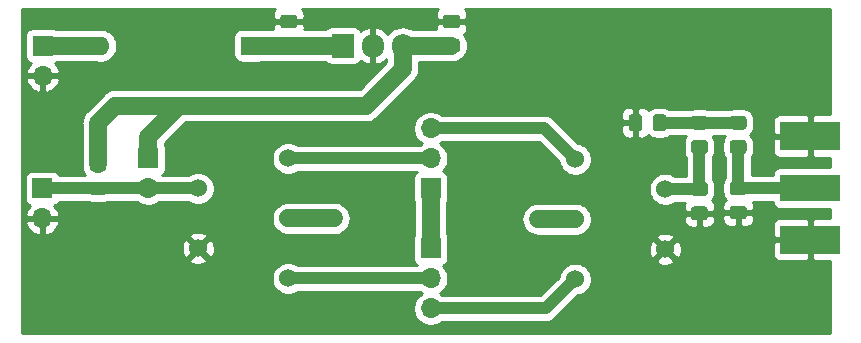
<source format=gbr>
G04 #@! TF.GenerationSoftware,KiCad,Pcbnew,(5.1.5)-3*
G04 #@! TF.CreationDate,2020-01-18T16:26:57-08:00*
G04 #@! TF.ProjectId,Power Amplifier 1,506f7765-7220-4416-9d70-6c6966696572,rev?*
G04 #@! TF.SameCoordinates,Original*
G04 #@! TF.FileFunction,Copper,L1,Top*
G04 #@! TF.FilePolarity,Positive*
%FSLAX46Y46*%
G04 Gerber Fmt 4.6, Leading zero omitted, Abs format (unit mm)*
G04 Created by KiCad (PCBNEW (5.1.5)-3) date 2020-01-18 16:26:57*
%MOMM*%
%LPD*%
G04 APERTURE LIST*
%ADD10O,1.700000X1.700000*%
%ADD11R,1.700000X1.700000*%
%ADD12R,5.080000X2.420000*%
%ADD13R,5.080000X2.290000*%
%ADD14C,0.100000*%
%ADD15O,1.600000X1.600000*%
%ADD16R,1.600000X1.600000*%
%ADD17C,1.524000*%
%ADD18O,1.905000X2.000000*%
%ADD19R,1.905000X2.000000*%
%ADD20C,1.016000*%
%ADD21C,1.000000*%
%ADD22C,1.500000*%
%ADD23C,0.254000*%
G04 APERTURE END LIST*
D10*
X51523900Y-62509400D03*
X51523900Y-59969400D03*
D11*
X51523900Y-57429400D03*
D10*
X51523900Y-47269400D03*
X51523900Y-49809400D03*
D11*
X51523900Y-52349400D03*
D12*
X83660400Y-47918600D03*
X83660400Y-56678600D03*
D13*
X83642200Y-52336700D03*
G04 #@! TA.AperFunction,SMDPad,CuDef*
D14*
G36*
X39971505Y-37635204D02*
G01*
X39995773Y-37638804D01*
X40019572Y-37644765D01*
X40042671Y-37653030D01*
X40064850Y-37663520D01*
X40085893Y-37676132D01*
X40105599Y-37690747D01*
X40123777Y-37707223D01*
X40140253Y-37725401D01*
X40154868Y-37745107D01*
X40167480Y-37766150D01*
X40177970Y-37788329D01*
X40186235Y-37811428D01*
X40192196Y-37835227D01*
X40195796Y-37859495D01*
X40197000Y-37883999D01*
X40197000Y-38534001D01*
X40195796Y-38558505D01*
X40192196Y-38582773D01*
X40186235Y-38606572D01*
X40177970Y-38629671D01*
X40167480Y-38651850D01*
X40154868Y-38672893D01*
X40140253Y-38692599D01*
X40123777Y-38710777D01*
X40105599Y-38727253D01*
X40085893Y-38741868D01*
X40064850Y-38754480D01*
X40042671Y-38764970D01*
X40019572Y-38773235D01*
X39995773Y-38779196D01*
X39971505Y-38782796D01*
X39947001Y-38784000D01*
X39046999Y-38784000D01*
X39022495Y-38782796D01*
X38998227Y-38779196D01*
X38974428Y-38773235D01*
X38951329Y-38764970D01*
X38929150Y-38754480D01*
X38908107Y-38741868D01*
X38888401Y-38727253D01*
X38870223Y-38710777D01*
X38853747Y-38692599D01*
X38839132Y-38672893D01*
X38826520Y-38651850D01*
X38816030Y-38629671D01*
X38807765Y-38606572D01*
X38801804Y-38582773D01*
X38798204Y-38558505D01*
X38797000Y-38534001D01*
X38797000Y-37883999D01*
X38798204Y-37859495D01*
X38801804Y-37835227D01*
X38807765Y-37811428D01*
X38816030Y-37788329D01*
X38826520Y-37766150D01*
X38839132Y-37745107D01*
X38853747Y-37725401D01*
X38870223Y-37707223D01*
X38888401Y-37690747D01*
X38908107Y-37676132D01*
X38929150Y-37663520D01*
X38951329Y-37653030D01*
X38974428Y-37644765D01*
X38998227Y-37638804D01*
X39022495Y-37635204D01*
X39046999Y-37634000D01*
X39947001Y-37634000D01*
X39971505Y-37635204D01*
G37*
G04 #@! TD.AperFunction*
G04 #@! TA.AperFunction,SMDPad,CuDef*
G36*
X39971505Y-39685204D02*
G01*
X39995773Y-39688804D01*
X40019572Y-39694765D01*
X40042671Y-39703030D01*
X40064850Y-39713520D01*
X40085893Y-39726132D01*
X40105599Y-39740747D01*
X40123777Y-39757223D01*
X40140253Y-39775401D01*
X40154868Y-39795107D01*
X40167480Y-39816150D01*
X40177970Y-39838329D01*
X40186235Y-39861428D01*
X40192196Y-39885227D01*
X40195796Y-39909495D01*
X40197000Y-39933999D01*
X40197000Y-40584001D01*
X40195796Y-40608505D01*
X40192196Y-40632773D01*
X40186235Y-40656572D01*
X40177970Y-40679671D01*
X40167480Y-40701850D01*
X40154868Y-40722893D01*
X40140253Y-40742599D01*
X40123777Y-40760777D01*
X40105599Y-40777253D01*
X40085893Y-40791868D01*
X40064850Y-40804480D01*
X40042671Y-40814970D01*
X40019572Y-40823235D01*
X39995773Y-40829196D01*
X39971505Y-40832796D01*
X39947001Y-40834000D01*
X39046999Y-40834000D01*
X39022495Y-40832796D01*
X38998227Y-40829196D01*
X38974428Y-40823235D01*
X38951329Y-40814970D01*
X38929150Y-40804480D01*
X38908107Y-40791868D01*
X38888401Y-40777253D01*
X38870223Y-40760777D01*
X38853747Y-40742599D01*
X38839132Y-40722893D01*
X38826520Y-40701850D01*
X38816030Y-40679671D01*
X38807765Y-40656572D01*
X38801804Y-40632773D01*
X38798204Y-40608505D01*
X38797000Y-40584001D01*
X38797000Y-39933999D01*
X38798204Y-39909495D01*
X38801804Y-39885227D01*
X38807765Y-39861428D01*
X38816030Y-39838329D01*
X38826520Y-39816150D01*
X38839132Y-39795107D01*
X38853747Y-39775401D01*
X38870223Y-39757223D01*
X38888401Y-39740747D01*
X38908107Y-39726132D01*
X38929150Y-39713520D01*
X38951329Y-39703030D01*
X38974428Y-39694765D01*
X38998227Y-39688804D01*
X39022495Y-39685204D01*
X39046999Y-39684000D01*
X39947001Y-39684000D01*
X39971505Y-39685204D01*
G37*
G04 #@! TD.AperFunction*
D10*
X27609800Y-52349400D03*
D11*
X27609800Y-49809400D03*
G04 #@! TA.AperFunction,SMDPad,CuDef*
D14*
G36*
X23817105Y-51775604D02*
G01*
X23841373Y-51779204D01*
X23865172Y-51785165D01*
X23888271Y-51793430D01*
X23910450Y-51803920D01*
X23931493Y-51816532D01*
X23951199Y-51831147D01*
X23969377Y-51847623D01*
X23985853Y-51865801D01*
X24000468Y-51885507D01*
X24013080Y-51906550D01*
X24023570Y-51928729D01*
X24031835Y-51951828D01*
X24037796Y-51975627D01*
X24041396Y-51999895D01*
X24042600Y-52024399D01*
X24042600Y-52674401D01*
X24041396Y-52698905D01*
X24037796Y-52723173D01*
X24031835Y-52746972D01*
X24023570Y-52770071D01*
X24013080Y-52792250D01*
X24000468Y-52813293D01*
X23985853Y-52832999D01*
X23969377Y-52851177D01*
X23951199Y-52867653D01*
X23931493Y-52882268D01*
X23910450Y-52894880D01*
X23888271Y-52905370D01*
X23865172Y-52913635D01*
X23841373Y-52919596D01*
X23817105Y-52923196D01*
X23792601Y-52924400D01*
X22892599Y-52924400D01*
X22868095Y-52923196D01*
X22843827Y-52919596D01*
X22820028Y-52913635D01*
X22796929Y-52905370D01*
X22774750Y-52894880D01*
X22753707Y-52882268D01*
X22734001Y-52867653D01*
X22715823Y-52851177D01*
X22699347Y-52832999D01*
X22684732Y-52813293D01*
X22672120Y-52792250D01*
X22661630Y-52770071D01*
X22653365Y-52746972D01*
X22647404Y-52723173D01*
X22643804Y-52698905D01*
X22642600Y-52674401D01*
X22642600Y-52024399D01*
X22643804Y-51999895D01*
X22647404Y-51975627D01*
X22653365Y-51951828D01*
X22661630Y-51928729D01*
X22672120Y-51906550D01*
X22684732Y-51885507D01*
X22699347Y-51865801D01*
X22715823Y-51847623D01*
X22734001Y-51831147D01*
X22753707Y-51816532D01*
X22774750Y-51803920D01*
X22796929Y-51793430D01*
X22820028Y-51785165D01*
X22843827Y-51779204D01*
X22868095Y-51775604D01*
X22892599Y-51774400D01*
X23792601Y-51774400D01*
X23817105Y-51775604D01*
G37*
G04 #@! TD.AperFunction*
G04 #@! TA.AperFunction,SMDPad,CuDef*
G36*
X23817105Y-49725604D02*
G01*
X23841373Y-49729204D01*
X23865172Y-49735165D01*
X23888271Y-49743430D01*
X23910450Y-49753920D01*
X23931493Y-49766532D01*
X23951199Y-49781147D01*
X23969377Y-49797623D01*
X23985853Y-49815801D01*
X24000468Y-49835507D01*
X24013080Y-49856550D01*
X24023570Y-49878729D01*
X24031835Y-49901828D01*
X24037796Y-49925627D01*
X24041396Y-49949895D01*
X24042600Y-49974399D01*
X24042600Y-50624401D01*
X24041396Y-50648905D01*
X24037796Y-50673173D01*
X24031835Y-50696972D01*
X24023570Y-50720071D01*
X24013080Y-50742250D01*
X24000468Y-50763293D01*
X23985853Y-50782999D01*
X23969377Y-50801177D01*
X23951199Y-50817653D01*
X23931493Y-50832268D01*
X23910450Y-50844880D01*
X23888271Y-50855370D01*
X23865172Y-50863635D01*
X23841373Y-50869596D01*
X23817105Y-50873196D01*
X23792601Y-50874400D01*
X22892599Y-50874400D01*
X22868095Y-50873196D01*
X22843827Y-50869596D01*
X22820028Y-50863635D01*
X22796929Y-50855370D01*
X22774750Y-50844880D01*
X22753707Y-50832268D01*
X22734001Y-50817653D01*
X22715823Y-50801177D01*
X22699347Y-50782999D01*
X22684732Y-50763293D01*
X22672120Y-50742250D01*
X22661630Y-50720071D01*
X22653365Y-50696972D01*
X22647404Y-50673173D01*
X22643804Y-50648905D01*
X22642600Y-50624401D01*
X22642600Y-49974399D01*
X22643804Y-49949895D01*
X22647404Y-49925627D01*
X22653365Y-49901828D01*
X22661630Y-49878729D01*
X22672120Y-49856550D01*
X22684732Y-49835507D01*
X22699347Y-49815801D01*
X22715823Y-49797623D01*
X22734001Y-49781147D01*
X22753707Y-49766532D01*
X22774750Y-49753920D01*
X22796929Y-49743430D01*
X22820028Y-49735165D01*
X22843827Y-49729204D01*
X22868095Y-49725604D01*
X22892599Y-49724400D01*
X23792601Y-49724400D01*
X23817105Y-49725604D01*
G37*
G04 #@! TD.AperFunction*
G04 #@! TA.AperFunction,SMDPad,CuDef*
G36*
X53751005Y-37635204D02*
G01*
X53775273Y-37638804D01*
X53799072Y-37644765D01*
X53822171Y-37653030D01*
X53844350Y-37663520D01*
X53865393Y-37676132D01*
X53885099Y-37690747D01*
X53903277Y-37707223D01*
X53919753Y-37725401D01*
X53934368Y-37745107D01*
X53946980Y-37766150D01*
X53957470Y-37788329D01*
X53965735Y-37811428D01*
X53971696Y-37835227D01*
X53975296Y-37859495D01*
X53976500Y-37883999D01*
X53976500Y-38534001D01*
X53975296Y-38558505D01*
X53971696Y-38582773D01*
X53965735Y-38606572D01*
X53957470Y-38629671D01*
X53946980Y-38651850D01*
X53934368Y-38672893D01*
X53919753Y-38692599D01*
X53903277Y-38710777D01*
X53885099Y-38727253D01*
X53865393Y-38741868D01*
X53844350Y-38754480D01*
X53822171Y-38764970D01*
X53799072Y-38773235D01*
X53775273Y-38779196D01*
X53751005Y-38782796D01*
X53726501Y-38784000D01*
X52826499Y-38784000D01*
X52801995Y-38782796D01*
X52777727Y-38779196D01*
X52753928Y-38773235D01*
X52730829Y-38764970D01*
X52708650Y-38754480D01*
X52687607Y-38741868D01*
X52667901Y-38727253D01*
X52649723Y-38710777D01*
X52633247Y-38692599D01*
X52618632Y-38672893D01*
X52606020Y-38651850D01*
X52595530Y-38629671D01*
X52587265Y-38606572D01*
X52581304Y-38582773D01*
X52577704Y-38558505D01*
X52576500Y-38534001D01*
X52576500Y-37883999D01*
X52577704Y-37859495D01*
X52581304Y-37835227D01*
X52587265Y-37811428D01*
X52595530Y-37788329D01*
X52606020Y-37766150D01*
X52618632Y-37745107D01*
X52633247Y-37725401D01*
X52649723Y-37707223D01*
X52667901Y-37690747D01*
X52687607Y-37676132D01*
X52708650Y-37663520D01*
X52730829Y-37653030D01*
X52753928Y-37644765D01*
X52777727Y-37638804D01*
X52801995Y-37635204D01*
X52826499Y-37634000D01*
X53726501Y-37634000D01*
X53751005Y-37635204D01*
G37*
G04 #@! TD.AperFunction*
G04 #@! TA.AperFunction,SMDPad,CuDef*
G36*
X53751005Y-39685204D02*
G01*
X53775273Y-39688804D01*
X53799072Y-39694765D01*
X53822171Y-39703030D01*
X53844350Y-39713520D01*
X53865393Y-39726132D01*
X53885099Y-39740747D01*
X53903277Y-39757223D01*
X53919753Y-39775401D01*
X53934368Y-39795107D01*
X53946980Y-39816150D01*
X53957470Y-39838329D01*
X53965735Y-39861428D01*
X53971696Y-39885227D01*
X53975296Y-39909495D01*
X53976500Y-39933999D01*
X53976500Y-40584001D01*
X53975296Y-40608505D01*
X53971696Y-40632773D01*
X53965735Y-40656572D01*
X53957470Y-40679671D01*
X53946980Y-40701850D01*
X53934368Y-40722893D01*
X53919753Y-40742599D01*
X53903277Y-40760777D01*
X53885099Y-40777253D01*
X53865393Y-40791868D01*
X53844350Y-40804480D01*
X53822171Y-40814970D01*
X53799072Y-40823235D01*
X53775273Y-40829196D01*
X53751005Y-40832796D01*
X53726501Y-40834000D01*
X52826499Y-40834000D01*
X52801995Y-40832796D01*
X52777727Y-40829196D01*
X52753928Y-40823235D01*
X52730829Y-40814970D01*
X52708650Y-40804480D01*
X52687607Y-40791868D01*
X52667901Y-40777253D01*
X52649723Y-40760777D01*
X52633247Y-40742599D01*
X52618632Y-40722893D01*
X52606020Y-40701850D01*
X52595530Y-40679671D01*
X52587265Y-40656572D01*
X52581304Y-40632773D01*
X52577704Y-40608505D01*
X52576500Y-40584001D01*
X52576500Y-39933999D01*
X52577704Y-39909495D01*
X52581304Y-39885227D01*
X52587265Y-39861428D01*
X52595530Y-39838329D01*
X52606020Y-39816150D01*
X52618632Y-39795107D01*
X52633247Y-39775401D01*
X52649723Y-39757223D01*
X52667901Y-39740747D01*
X52687607Y-39726132D01*
X52708650Y-39713520D01*
X52730829Y-39703030D01*
X52753928Y-39694765D01*
X52777727Y-39688804D01*
X52801995Y-39685204D01*
X52826499Y-39684000D01*
X53726501Y-39684000D01*
X53751005Y-39685204D01*
G37*
G04 #@! TD.AperFunction*
G04 #@! TA.AperFunction,SMDPad,CuDef*
G36*
X74744510Y-53876402D02*
G01*
X74768735Y-53879995D01*
X74792491Y-53885946D01*
X74815549Y-53894196D01*
X74837687Y-53904667D01*
X74858693Y-53917257D01*
X74878363Y-53931845D01*
X74896508Y-53948292D01*
X74912955Y-53966437D01*
X74927543Y-53986107D01*
X74940133Y-54007113D01*
X74950604Y-54029251D01*
X74958854Y-54052309D01*
X74964805Y-54076065D01*
X74968398Y-54100290D01*
X74969600Y-54124750D01*
X74969600Y-54775650D01*
X74968398Y-54800110D01*
X74964805Y-54824335D01*
X74958854Y-54848091D01*
X74950604Y-54871149D01*
X74940133Y-54893287D01*
X74927543Y-54914293D01*
X74912955Y-54933963D01*
X74896508Y-54952108D01*
X74878363Y-54968555D01*
X74858693Y-54983143D01*
X74837687Y-54995733D01*
X74815549Y-55006204D01*
X74792491Y-55014454D01*
X74768735Y-55020405D01*
X74744510Y-55023998D01*
X74720050Y-55025200D01*
X73819150Y-55025200D01*
X73794690Y-55023998D01*
X73770465Y-55020405D01*
X73746709Y-55014454D01*
X73723651Y-55006204D01*
X73701513Y-54995733D01*
X73680507Y-54983143D01*
X73660837Y-54968555D01*
X73642692Y-54952108D01*
X73626245Y-54933963D01*
X73611657Y-54914293D01*
X73599067Y-54893287D01*
X73588596Y-54871149D01*
X73580346Y-54848091D01*
X73574395Y-54824335D01*
X73570802Y-54800110D01*
X73569600Y-54775650D01*
X73569600Y-54124750D01*
X73570802Y-54100290D01*
X73574395Y-54076065D01*
X73580346Y-54052309D01*
X73588596Y-54029251D01*
X73599067Y-54007113D01*
X73611657Y-53986107D01*
X73626245Y-53966437D01*
X73642692Y-53948292D01*
X73660837Y-53931845D01*
X73680507Y-53917257D01*
X73701513Y-53904667D01*
X73723651Y-53894196D01*
X73746709Y-53885946D01*
X73770465Y-53879995D01*
X73794690Y-53876402D01*
X73819150Y-53875200D01*
X74720050Y-53875200D01*
X74744510Y-53876402D01*
G37*
G04 #@! TD.AperFunction*
G04 #@! TA.AperFunction,SMDPad,CuDef*
G36*
X74744510Y-51826402D02*
G01*
X74768735Y-51829995D01*
X74792491Y-51835946D01*
X74815549Y-51844196D01*
X74837687Y-51854667D01*
X74858693Y-51867257D01*
X74878363Y-51881845D01*
X74896508Y-51898292D01*
X74912955Y-51916437D01*
X74927543Y-51936107D01*
X74940133Y-51957113D01*
X74950604Y-51979251D01*
X74958854Y-52002309D01*
X74964805Y-52026065D01*
X74968398Y-52050290D01*
X74969600Y-52074750D01*
X74969600Y-52725650D01*
X74968398Y-52750110D01*
X74964805Y-52774335D01*
X74958854Y-52798091D01*
X74950604Y-52821149D01*
X74940133Y-52843287D01*
X74927543Y-52864293D01*
X74912955Y-52883963D01*
X74896508Y-52902108D01*
X74878363Y-52918555D01*
X74858693Y-52933143D01*
X74837687Y-52945733D01*
X74815549Y-52956204D01*
X74792491Y-52964454D01*
X74768735Y-52970405D01*
X74744510Y-52973998D01*
X74720050Y-52975200D01*
X73819150Y-52975200D01*
X73794690Y-52973998D01*
X73770465Y-52970405D01*
X73746709Y-52964454D01*
X73723651Y-52956204D01*
X73701513Y-52945733D01*
X73680507Y-52933143D01*
X73660837Y-52918555D01*
X73642692Y-52902108D01*
X73626245Y-52883963D01*
X73611657Y-52864293D01*
X73599067Y-52843287D01*
X73588596Y-52821149D01*
X73580346Y-52798091D01*
X73574395Y-52774335D01*
X73570802Y-52750110D01*
X73569600Y-52725650D01*
X73569600Y-52074750D01*
X73570802Y-52050290D01*
X73574395Y-52026065D01*
X73580346Y-52002309D01*
X73588596Y-51979251D01*
X73599067Y-51957113D01*
X73611657Y-51936107D01*
X73626245Y-51916437D01*
X73642692Y-51898292D01*
X73660837Y-51881845D01*
X73680507Y-51867257D01*
X73701513Y-51854667D01*
X73723651Y-51844196D01*
X73746709Y-51835946D01*
X73770465Y-51829995D01*
X73794690Y-51826402D01*
X73819150Y-51825200D01*
X74720050Y-51825200D01*
X74744510Y-51826402D01*
G37*
G04 #@! TD.AperFunction*
G04 #@! TA.AperFunction,SMDPad,CuDef*
G36*
X69199905Y-46088004D02*
G01*
X69224173Y-46091604D01*
X69247972Y-46097565D01*
X69271071Y-46105830D01*
X69293250Y-46116320D01*
X69314293Y-46128932D01*
X69333999Y-46143547D01*
X69352177Y-46160023D01*
X69368653Y-46178201D01*
X69383268Y-46197907D01*
X69395880Y-46218950D01*
X69406370Y-46241129D01*
X69414635Y-46264228D01*
X69420596Y-46288027D01*
X69424196Y-46312295D01*
X69425400Y-46336799D01*
X69425400Y-47236801D01*
X69424196Y-47261305D01*
X69420596Y-47285573D01*
X69414635Y-47309372D01*
X69406370Y-47332471D01*
X69395880Y-47354650D01*
X69383268Y-47375693D01*
X69368653Y-47395399D01*
X69352177Y-47413577D01*
X69333999Y-47430053D01*
X69314293Y-47444668D01*
X69293250Y-47457280D01*
X69271071Y-47467770D01*
X69247972Y-47476035D01*
X69224173Y-47481996D01*
X69199905Y-47485596D01*
X69175401Y-47486800D01*
X68525399Y-47486800D01*
X68500895Y-47485596D01*
X68476627Y-47481996D01*
X68452828Y-47476035D01*
X68429729Y-47467770D01*
X68407550Y-47457280D01*
X68386507Y-47444668D01*
X68366801Y-47430053D01*
X68348623Y-47413577D01*
X68332147Y-47395399D01*
X68317532Y-47375693D01*
X68304920Y-47354650D01*
X68294430Y-47332471D01*
X68286165Y-47309372D01*
X68280204Y-47285573D01*
X68276604Y-47261305D01*
X68275400Y-47236801D01*
X68275400Y-46336799D01*
X68276604Y-46312295D01*
X68280204Y-46288027D01*
X68286165Y-46264228D01*
X68294430Y-46241129D01*
X68304920Y-46218950D01*
X68317532Y-46197907D01*
X68332147Y-46178201D01*
X68348623Y-46160023D01*
X68366801Y-46143547D01*
X68386507Y-46128932D01*
X68407550Y-46116320D01*
X68429729Y-46105830D01*
X68452828Y-46097565D01*
X68476627Y-46091604D01*
X68500895Y-46088004D01*
X68525399Y-46086800D01*
X69175401Y-46086800D01*
X69199905Y-46088004D01*
G37*
G04 #@! TD.AperFunction*
G04 #@! TA.AperFunction,SMDPad,CuDef*
G36*
X71249905Y-46088004D02*
G01*
X71274173Y-46091604D01*
X71297972Y-46097565D01*
X71321071Y-46105830D01*
X71343250Y-46116320D01*
X71364293Y-46128932D01*
X71383999Y-46143547D01*
X71402177Y-46160023D01*
X71418653Y-46178201D01*
X71433268Y-46197907D01*
X71445880Y-46218950D01*
X71456370Y-46241129D01*
X71464635Y-46264228D01*
X71470596Y-46288027D01*
X71474196Y-46312295D01*
X71475400Y-46336799D01*
X71475400Y-47236801D01*
X71474196Y-47261305D01*
X71470596Y-47285573D01*
X71464635Y-47309372D01*
X71456370Y-47332471D01*
X71445880Y-47354650D01*
X71433268Y-47375693D01*
X71418653Y-47395399D01*
X71402177Y-47413577D01*
X71383999Y-47430053D01*
X71364293Y-47444668D01*
X71343250Y-47457280D01*
X71321071Y-47467770D01*
X71297972Y-47476035D01*
X71274173Y-47481996D01*
X71249905Y-47485596D01*
X71225401Y-47486800D01*
X70575399Y-47486800D01*
X70550895Y-47485596D01*
X70526627Y-47481996D01*
X70502828Y-47476035D01*
X70479729Y-47467770D01*
X70457550Y-47457280D01*
X70436507Y-47444668D01*
X70416801Y-47430053D01*
X70398623Y-47413577D01*
X70382147Y-47395399D01*
X70367532Y-47375693D01*
X70354920Y-47354650D01*
X70344430Y-47332471D01*
X70336165Y-47309372D01*
X70330204Y-47285573D01*
X70326604Y-47261305D01*
X70325400Y-47236801D01*
X70325400Y-46336799D01*
X70326604Y-46312295D01*
X70330204Y-46288027D01*
X70336165Y-46264228D01*
X70344430Y-46241129D01*
X70354920Y-46218950D01*
X70367532Y-46197907D01*
X70382147Y-46178201D01*
X70398623Y-46160023D01*
X70416801Y-46143547D01*
X70436507Y-46128932D01*
X70457550Y-46116320D01*
X70479729Y-46105830D01*
X70502828Y-46097565D01*
X70526627Y-46091604D01*
X70550895Y-46088004D01*
X70575399Y-46086800D01*
X71225401Y-46086800D01*
X71249905Y-46088004D01*
G37*
G04 #@! TD.AperFunction*
G04 #@! TA.AperFunction,SMDPad,CuDef*
G36*
X78033405Y-53812904D02*
G01*
X78057673Y-53816504D01*
X78081472Y-53822465D01*
X78104571Y-53830730D01*
X78126750Y-53841220D01*
X78147793Y-53853832D01*
X78167499Y-53868447D01*
X78185677Y-53884923D01*
X78202153Y-53903101D01*
X78216768Y-53922807D01*
X78229380Y-53943850D01*
X78239870Y-53966029D01*
X78248135Y-53989128D01*
X78254096Y-54012927D01*
X78257696Y-54037195D01*
X78258900Y-54061699D01*
X78258900Y-54711701D01*
X78257696Y-54736205D01*
X78254096Y-54760473D01*
X78248135Y-54784272D01*
X78239870Y-54807371D01*
X78229380Y-54829550D01*
X78216768Y-54850593D01*
X78202153Y-54870299D01*
X78185677Y-54888477D01*
X78167499Y-54904953D01*
X78147793Y-54919568D01*
X78126750Y-54932180D01*
X78104571Y-54942670D01*
X78081472Y-54950935D01*
X78057673Y-54956896D01*
X78033405Y-54960496D01*
X78008901Y-54961700D01*
X77108899Y-54961700D01*
X77084395Y-54960496D01*
X77060127Y-54956896D01*
X77036328Y-54950935D01*
X77013229Y-54942670D01*
X76991050Y-54932180D01*
X76970007Y-54919568D01*
X76950301Y-54904953D01*
X76932123Y-54888477D01*
X76915647Y-54870299D01*
X76901032Y-54850593D01*
X76888420Y-54829550D01*
X76877930Y-54807371D01*
X76869665Y-54784272D01*
X76863704Y-54760473D01*
X76860104Y-54736205D01*
X76858900Y-54711701D01*
X76858900Y-54061699D01*
X76860104Y-54037195D01*
X76863704Y-54012927D01*
X76869665Y-53989128D01*
X76877930Y-53966029D01*
X76888420Y-53943850D01*
X76901032Y-53922807D01*
X76915647Y-53903101D01*
X76932123Y-53884923D01*
X76950301Y-53868447D01*
X76970007Y-53853832D01*
X76991050Y-53841220D01*
X77013229Y-53830730D01*
X77036328Y-53822465D01*
X77060127Y-53816504D01*
X77084395Y-53812904D01*
X77108899Y-53811700D01*
X78008901Y-53811700D01*
X78033405Y-53812904D01*
G37*
G04 #@! TD.AperFunction*
G04 #@! TA.AperFunction,SMDPad,CuDef*
G36*
X78033405Y-51762904D02*
G01*
X78057673Y-51766504D01*
X78081472Y-51772465D01*
X78104571Y-51780730D01*
X78126750Y-51791220D01*
X78147793Y-51803832D01*
X78167499Y-51818447D01*
X78185677Y-51834923D01*
X78202153Y-51853101D01*
X78216768Y-51872807D01*
X78229380Y-51893850D01*
X78239870Y-51916029D01*
X78248135Y-51939128D01*
X78254096Y-51962927D01*
X78257696Y-51987195D01*
X78258900Y-52011699D01*
X78258900Y-52661701D01*
X78257696Y-52686205D01*
X78254096Y-52710473D01*
X78248135Y-52734272D01*
X78239870Y-52757371D01*
X78229380Y-52779550D01*
X78216768Y-52800593D01*
X78202153Y-52820299D01*
X78185677Y-52838477D01*
X78167499Y-52854953D01*
X78147793Y-52869568D01*
X78126750Y-52882180D01*
X78104571Y-52892670D01*
X78081472Y-52900935D01*
X78057673Y-52906896D01*
X78033405Y-52910496D01*
X78008901Y-52911700D01*
X77108899Y-52911700D01*
X77084395Y-52910496D01*
X77060127Y-52906896D01*
X77036328Y-52900935D01*
X77013229Y-52892670D01*
X76991050Y-52882180D01*
X76970007Y-52869568D01*
X76950301Y-52854953D01*
X76932123Y-52838477D01*
X76915647Y-52820299D01*
X76901032Y-52800593D01*
X76888420Y-52779550D01*
X76877930Y-52757371D01*
X76869665Y-52734272D01*
X76863704Y-52710473D01*
X76860104Y-52686205D01*
X76858900Y-52661701D01*
X76858900Y-52011699D01*
X76860104Y-51987195D01*
X76863704Y-51962927D01*
X76869665Y-51939128D01*
X76877930Y-51916029D01*
X76888420Y-51893850D01*
X76901032Y-51872807D01*
X76915647Y-51853101D01*
X76932123Y-51834923D01*
X76950301Y-51818447D01*
X76970007Y-51803832D01*
X76991050Y-51791220D01*
X77013229Y-51780730D01*
X77036328Y-51772465D01*
X77060127Y-51766504D01*
X77084395Y-51762904D01*
X77108899Y-51761700D01*
X78008901Y-51761700D01*
X78033405Y-51762904D01*
G37*
G04 #@! TD.AperFunction*
D15*
X23558500Y-40259000D03*
D16*
X36258500Y-40259000D03*
D10*
X18669000Y-42799000D03*
D11*
X18669000Y-40259000D03*
D10*
X18643600Y-54889400D03*
D11*
X18643600Y-52349400D03*
G04 #@! TA.AperFunction,SMDPad,CuDef*
D14*
G36*
X74744105Y-46213004D02*
G01*
X74768373Y-46216604D01*
X74792172Y-46222565D01*
X74815271Y-46230830D01*
X74837450Y-46241320D01*
X74858493Y-46253932D01*
X74878199Y-46268547D01*
X74896377Y-46285023D01*
X74912853Y-46303201D01*
X74927468Y-46322907D01*
X74940080Y-46343950D01*
X74950570Y-46366129D01*
X74958835Y-46389228D01*
X74964796Y-46413027D01*
X74968396Y-46437295D01*
X74969600Y-46461799D01*
X74969600Y-47111801D01*
X74968396Y-47136305D01*
X74964796Y-47160573D01*
X74958835Y-47184372D01*
X74950570Y-47207471D01*
X74940080Y-47229650D01*
X74927468Y-47250693D01*
X74912853Y-47270399D01*
X74896377Y-47288577D01*
X74878199Y-47305053D01*
X74858493Y-47319668D01*
X74837450Y-47332280D01*
X74815271Y-47342770D01*
X74792172Y-47351035D01*
X74768373Y-47356996D01*
X74744105Y-47360596D01*
X74719601Y-47361800D01*
X73819599Y-47361800D01*
X73795095Y-47360596D01*
X73770827Y-47356996D01*
X73747028Y-47351035D01*
X73723929Y-47342770D01*
X73701750Y-47332280D01*
X73680707Y-47319668D01*
X73661001Y-47305053D01*
X73642823Y-47288577D01*
X73626347Y-47270399D01*
X73611732Y-47250693D01*
X73599120Y-47229650D01*
X73588630Y-47207471D01*
X73580365Y-47184372D01*
X73574404Y-47160573D01*
X73570804Y-47136305D01*
X73569600Y-47111801D01*
X73569600Y-46461799D01*
X73570804Y-46437295D01*
X73574404Y-46413027D01*
X73580365Y-46389228D01*
X73588630Y-46366129D01*
X73599120Y-46343950D01*
X73611732Y-46322907D01*
X73626347Y-46303201D01*
X73642823Y-46285023D01*
X73661001Y-46268547D01*
X73680707Y-46253932D01*
X73701750Y-46241320D01*
X73723929Y-46230830D01*
X73747028Y-46222565D01*
X73770827Y-46216604D01*
X73795095Y-46213004D01*
X73819599Y-46211800D01*
X74719601Y-46211800D01*
X74744105Y-46213004D01*
G37*
G04 #@! TD.AperFunction*
G04 #@! TA.AperFunction,SMDPad,CuDef*
G36*
X74744105Y-48263004D02*
G01*
X74768373Y-48266604D01*
X74792172Y-48272565D01*
X74815271Y-48280830D01*
X74837450Y-48291320D01*
X74858493Y-48303932D01*
X74878199Y-48318547D01*
X74896377Y-48335023D01*
X74912853Y-48353201D01*
X74927468Y-48372907D01*
X74940080Y-48393950D01*
X74950570Y-48416129D01*
X74958835Y-48439228D01*
X74964796Y-48463027D01*
X74968396Y-48487295D01*
X74969600Y-48511799D01*
X74969600Y-49161801D01*
X74968396Y-49186305D01*
X74964796Y-49210573D01*
X74958835Y-49234372D01*
X74950570Y-49257471D01*
X74940080Y-49279650D01*
X74927468Y-49300693D01*
X74912853Y-49320399D01*
X74896377Y-49338577D01*
X74878199Y-49355053D01*
X74858493Y-49369668D01*
X74837450Y-49382280D01*
X74815271Y-49392770D01*
X74792172Y-49401035D01*
X74768373Y-49406996D01*
X74744105Y-49410596D01*
X74719601Y-49411800D01*
X73819599Y-49411800D01*
X73795095Y-49410596D01*
X73770827Y-49406996D01*
X73747028Y-49401035D01*
X73723929Y-49392770D01*
X73701750Y-49382280D01*
X73680707Y-49369668D01*
X73661001Y-49355053D01*
X73642823Y-49338577D01*
X73626347Y-49320399D01*
X73611732Y-49300693D01*
X73599120Y-49279650D01*
X73588630Y-49257471D01*
X73580365Y-49234372D01*
X73574404Y-49210573D01*
X73570804Y-49186305D01*
X73569600Y-49161801D01*
X73569600Y-48511799D01*
X73570804Y-48487295D01*
X73574404Y-48463027D01*
X73580365Y-48439228D01*
X73588630Y-48416129D01*
X73599120Y-48393950D01*
X73611732Y-48372907D01*
X73626347Y-48353201D01*
X73642823Y-48335023D01*
X73661001Y-48318547D01*
X73680707Y-48303932D01*
X73701750Y-48291320D01*
X73723929Y-48280830D01*
X73747028Y-48272565D01*
X73770827Y-48266604D01*
X73795095Y-48263004D01*
X73819599Y-48261800D01*
X74719601Y-48261800D01*
X74744105Y-48263004D01*
G37*
G04 #@! TD.AperFunction*
G04 #@! TA.AperFunction,SMDPad,CuDef*
G36*
X78033405Y-48263004D02*
G01*
X78057673Y-48266604D01*
X78081472Y-48272565D01*
X78104571Y-48280830D01*
X78126750Y-48291320D01*
X78147793Y-48303932D01*
X78167499Y-48318547D01*
X78185677Y-48335023D01*
X78202153Y-48353201D01*
X78216768Y-48372907D01*
X78229380Y-48393950D01*
X78239870Y-48416129D01*
X78248135Y-48439228D01*
X78254096Y-48463027D01*
X78257696Y-48487295D01*
X78258900Y-48511799D01*
X78258900Y-49161801D01*
X78257696Y-49186305D01*
X78254096Y-49210573D01*
X78248135Y-49234372D01*
X78239870Y-49257471D01*
X78229380Y-49279650D01*
X78216768Y-49300693D01*
X78202153Y-49320399D01*
X78185677Y-49338577D01*
X78167499Y-49355053D01*
X78147793Y-49369668D01*
X78126750Y-49382280D01*
X78104571Y-49392770D01*
X78081472Y-49401035D01*
X78057673Y-49406996D01*
X78033405Y-49410596D01*
X78008901Y-49411800D01*
X77108899Y-49411800D01*
X77084395Y-49410596D01*
X77060127Y-49406996D01*
X77036328Y-49401035D01*
X77013229Y-49392770D01*
X76991050Y-49382280D01*
X76970007Y-49369668D01*
X76950301Y-49355053D01*
X76932123Y-49338577D01*
X76915647Y-49320399D01*
X76901032Y-49300693D01*
X76888420Y-49279650D01*
X76877930Y-49257471D01*
X76869665Y-49234372D01*
X76863704Y-49210573D01*
X76860104Y-49186305D01*
X76858900Y-49161801D01*
X76858900Y-48511799D01*
X76860104Y-48487295D01*
X76863704Y-48463027D01*
X76869665Y-48439228D01*
X76877930Y-48416129D01*
X76888420Y-48393950D01*
X76901032Y-48372907D01*
X76915647Y-48353201D01*
X76932123Y-48335023D01*
X76950301Y-48318547D01*
X76970007Y-48303932D01*
X76991050Y-48291320D01*
X77013229Y-48280830D01*
X77036328Y-48272565D01*
X77060127Y-48266604D01*
X77084395Y-48263004D01*
X77108899Y-48261800D01*
X78008901Y-48261800D01*
X78033405Y-48263004D01*
G37*
G04 #@! TD.AperFunction*
G04 #@! TA.AperFunction,SMDPad,CuDef*
G36*
X78033405Y-46213004D02*
G01*
X78057673Y-46216604D01*
X78081472Y-46222565D01*
X78104571Y-46230830D01*
X78126750Y-46241320D01*
X78147793Y-46253932D01*
X78167499Y-46268547D01*
X78185677Y-46285023D01*
X78202153Y-46303201D01*
X78216768Y-46322907D01*
X78229380Y-46343950D01*
X78239870Y-46366129D01*
X78248135Y-46389228D01*
X78254096Y-46413027D01*
X78257696Y-46437295D01*
X78258900Y-46461799D01*
X78258900Y-47111801D01*
X78257696Y-47136305D01*
X78254096Y-47160573D01*
X78248135Y-47184372D01*
X78239870Y-47207471D01*
X78229380Y-47229650D01*
X78216768Y-47250693D01*
X78202153Y-47270399D01*
X78185677Y-47288577D01*
X78167499Y-47305053D01*
X78147793Y-47319668D01*
X78126750Y-47332280D01*
X78104571Y-47342770D01*
X78081472Y-47351035D01*
X78057673Y-47356996D01*
X78033405Y-47360596D01*
X78008901Y-47361800D01*
X77108899Y-47361800D01*
X77084395Y-47360596D01*
X77060127Y-47356996D01*
X77036328Y-47351035D01*
X77013229Y-47342770D01*
X76991050Y-47332280D01*
X76970007Y-47319668D01*
X76950301Y-47305053D01*
X76932123Y-47288577D01*
X76915647Y-47270399D01*
X76901032Y-47250693D01*
X76888420Y-47229650D01*
X76877930Y-47207471D01*
X76869665Y-47184372D01*
X76863704Y-47160573D01*
X76860104Y-47136305D01*
X76858900Y-47111801D01*
X76858900Y-46461799D01*
X76860104Y-46437295D01*
X76863704Y-46413027D01*
X76869665Y-46389228D01*
X76877930Y-46366129D01*
X76888420Y-46343950D01*
X76901032Y-46322907D01*
X76915647Y-46303201D01*
X76932123Y-46285023D01*
X76950301Y-46268547D01*
X76970007Y-46253932D01*
X76991050Y-46241320D01*
X77013229Y-46230830D01*
X77036328Y-46222565D01*
X77060127Y-46216604D01*
X77084395Y-46213004D01*
X77108899Y-46211800D01*
X78008901Y-46211800D01*
X78033405Y-46213004D01*
G37*
G04 #@! TD.AperFunction*
D17*
X39446200Y-49809400D03*
X39446200Y-54889400D03*
X39446200Y-59969400D03*
X31826200Y-57429400D03*
X31826200Y-52349400D03*
X71374000Y-52412900D03*
X71374000Y-57492900D03*
X63754000Y-60032900D03*
X63754000Y-54952900D03*
X63754000Y-49872900D03*
D18*
X49149000Y-40259000D03*
X46609000Y-40259000D03*
D19*
X44069000Y-40259000D03*
D20*
X60579000Y-54952900D03*
X43357800Y-54889400D03*
X51523900Y-54838600D03*
D21*
X18643600Y-52349400D02*
X23342600Y-52349400D01*
X23342600Y-52349400D02*
X27609800Y-52349400D01*
X27609800Y-52349400D02*
X31826200Y-52349400D01*
D22*
X53276500Y-40259000D02*
X49149000Y-40259000D01*
D21*
X49149000Y-40259000D02*
X49149000Y-40306500D01*
D22*
X49149000Y-42259000D02*
X46069000Y-45339000D01*
X49149000Y-40259000D02*
X49149000Y-42259000D01*
X27609800Y-47959400D02*
X27609800Y-49809400D01*
X30230200Y-45339000D02*
X27609800Y-47959400D01*
X46069000Y-45339000D02*
X30230200Y-45339000D01*
X30230200Y-45339000D02*
X24815800Y-45339000D01*
X23342600Y-46812200D02*
X23342600Y-50299400D01*
X24815800Y-45339000D02*
X23342600Y-46812200D01*
X63754000Y-54952900D02*
X60579000Y-54952900D01*
X60579000Y-54952900D02*
X60579000Y-54952900D01*
X39446200Y-54889400D02*
X43357800Y-54889400D01*
X43357800Y-54889400D02*
X43357800Y-54889400D01*
D21*
X74269600Y-46786800D02*
X77558900Y-46786800D01*
X74269600Y-46786800D02*
X70900400Y-46786800D01*
X77558900Y-48836800D02*
X77558900Y-52336700D01*
X77558900Y-52336700D02*
X83642200Y-52336700D01*
D22*
X19769000Y-40259000D02*
X23558500Y-40259000D01*
X18669000Y-40259000D02*
X19769000Y-40259000D01*
X51523900Y-52349400D02*
X51523900Y-54838600D01*
X51523900Y-54838600D02*
X51523900Y-57429400D01*
D21*
X39446200Y-49809400D02*
X51523900Y-49809400D01*
X61150500Y-47269400D02*
X63754000Y-49872900D01*
X51523900Y-47269400D02*
X61150500Y-47269400D01*
X39446200Y-59969400D02*
X40523830Y-59969400D01*
X40523830Y-59969400D02*
X51523900Y-59969400D01*
X74256900Y-52412900D02*
X74269600Y-52400200D01*
X71374000Y-52412900D02*
X74256900Y-52412900D01*
X74269600Y-52400200D02*
X74269600Y-48836800D01*
D22*
X36258500Y-40259000D02*
X39497000Y-40259000D01*
X39497000Y-40259000D02*
X44069000Y-40259000D01*
D21*
X61277500Y-62509400D02*
X63754000Y-60032900D01*
X51523900Y-62509400D02*
X61277500Y-62509400D01*
D23*
G36*
X38266463Y-37279506D02*
G01*
X38207498Y-37389820D01*
X38171188Y-37509518D01*
X38158928Y-37634000D01*
X38162000Y-37923250D01*
X38320750Y-38082000D01*
X39370000Y-38082000D01*
X39370000Y-38062000D01*
X39624000Y-38062000D01*
X39624000Y-38082000D01*
X40673250Y-38082000D01*
X40832000Y-37923250D01*
X40835072Y-37634000D01*
X40822812Y-37509518D01*
X40786502Y-37389820D01*
X40727537Y-37279506D01*
X40660565Y-37197900D01*
X52112935Y-37197900D01*
X52045963Y-37279506D01*
X51986998Y-37389820D01*
X51950688Y-37509518D01*
X51938428Y-37634000D01*
X51941500Y-37923250D01*
X52100250Y-38082000D01*
X53149500Y-38082000D01*
X53149500Y-38062000D01*
X53403500Y-38062000D01*
X53403500Y-38082000D01*
X54452750Y-38082000D01*
X54611500Y-37923250D01*
X54614572Y-37634000D01*
X54602312Y-37509518D01*
X54566002Y-37389820D01*
X54507037Y-37279506D01*
X54440065Y-37197900D01*
X85340000Y-37197900D01*
X85340000Y-46071701D01*
X83946150Y-46073600D01*
X83787400Y-46232350D01*
X83787400Y-47791600D01*
X83807400Y-47791600D01*
X83807400Y-48045600D01*
X83787400Y-48045600D01*
X83787400Y-49604850D01*
X83946150Y-49763600D01*
X85340000Y-49765499D01*
X85340000Y-50553628D01*
X81102200Y-50553628D01*
X80977718Y-50565888D01*
X80858020Y-50602198D01*
X80747706Y-50661163D01*
X80651015Y-50740515D01*
X80571663Y-50837206D01*
X80512698Y-50947520D01*
X80476388Y-51067218D01*
X80464128Y-51191700D01*
X80464128Y-51201700D01*
X78693900Y-51201700D01*
X78693900Y-49720261D01*
X78747305Y-49655187D01*
X78829372Y-49501651D01*
X78879908Y-49335055D01*
X78896972Y-49161801D01*
X78896972Y-49128600D01*
X80482328Y-49128600D01*
X80494588Y-49253082D01*
X80530898Y-49372780D01*
X80589863Y-49483094D01*
X80669215Y-49579785D01*
X80765906Y-49659137D01*
X80876220Y-49718102D01*
X80995918Y-49754412D01*
X81120400Y-49766672D01*
X83374650Y-49763600D01*
X83533400Y-49604850D01*
X83533400Y-48045600D01*
X80644150Y-48045600D01*
X80485400Y-48204350D01*
X80482328Y-49128600D01*
X78896972Y-49128600D01*
X78896972Y-48511799D01*
X78879908Y-48338545D01*
X78829372Y-48171949D01*
X78747305Y-48018413D01*
X78636862Y-47883838D01*
X78549084Y-47811800D01*
X78636862Y-47739762D01*
X78747305Y-47605187D01*
X78829372Y-47451651D01*
X78879908Y-47285055D01*
X78896972Y-47111801D01*
X78896972Y-46708600D01*
X80482328Y-46708600D01*
X80485400Y-47632850D01*
X80644150Y-47791600D01*
X83533400Y-47791600D01*
X83533400Y-46232350D01*
X83374650Y-46073600D01*
X81120400Y-46070528D01*
X80995918Y-46082788D01*
X80876220Y-46119098D01*
X80765906Y-46178063D01*
X80669215Y-46257415D01*
X80589863Y-46354106D01*
X80530898Y-46464420D01*
X80494588Y-46584118D01*
X80482328Y-46708600D01*
X78896972Y-46708600D01*
X78896972Y-46461799D01*
X78879908Y-46288545D01*
X78829372Y-46121949D01*
X78747305Y-45968413D01*
X78636862Y-45833838D01*
X78502287Y-45723395D01*
X78348751Y-45641328D01*
X78182155Y-45590792D01*
X78008901Y-45573728D01*
X77108899Y-45573728D01*
X76935645Y-45590792D01*
X76769049Y-45641328D01*
X76749457Y-45651800D01*
X75079043Y-45651800D01*
X75059451Y-45641328D01*
X74892855Y-45590792D01*
X74719601Y-45573728D01*
X73819599Y-45573728D01*
X73646345Y-45590792D01*
X73479749Y-45641328D01*
X73460157Y-45651800D01*
X71783861Y-45651800D01*
X71718787Y-45598395D01*
X71565251Y-45516328D01*
X71398655Y-45465792D01*
X71225401Y-45448728D01*
X70575399Y-45448728D01*
X70402145Y-45465792D01*
X70235549Y-45516328D01*
X70082013Y-45598395D01*
X69947438Y-45708838D01*
X69942058Y-45715394D01*
X69876585Y-45635615D01*
X69779894Y-45556263D01*
X69669580Y-45497298D01*
X69549882Y-45460988D01*
X69425400Y-45448728D01*
X69136150Y-45451800D01*
X68977400Y-45610550D01*
X68977400Y-46659800D01*
X68997400Y-46659800D01*
X68997400Y-46913800D01*
X68977400Y-46913800D01*
X68977400Y-47963050D01*
X69136150Y-48121800D01*
X69425400Y-48124872D01*
X69549882Y-48112612D01*
X69669580Y-48076302D01*
X69779894Y-48017337D01*
X69876585Y-47937985D01*
X69942058Y-47858206D01*
X69947438Y-47864762D01*
X70082013Y-47975205D01*
X70235549Y-48057272D01*
X70402145Y-48107808D01*
X70575399Y-48124872D01*
X71225401Y-48124872D01*
X71398655Y-48107808D01*
X71565251Y-48057272D01*
X71718787Y-47975205D01*
X71783861Y-47921800D01*
X73160483Y-47921800D01*
X73081195Y-48018413D01*
X72999128Y-48171949D01*
X72948592Y-48338545D01*
X72931528Y-48511799D01*
X72931528Y-49161801D01*
X72948592Y-49335055D01*
X72999128Y-49501651D01*
X73081195Y-49655187D01*
X73134601Y-49720262D01*
X73134600Y-51277900D01*
X72189884Y-51277900D01*
X72035727Y-51174895D01*
X71781490Y-51069586D01*
X71511592Y-51015900D01*
X71236408Y-51015900D01*
X70966510Y-51069586D01*
X70712273Y-51174895D01*
X70483465Y-51327780D01*
X70288880Y-51522365D01*
X70135995Y-51751173D01*
X70030686Y-52005410D01*
X69977000Y-52275308D01*
X69977000Y-52550492D01*
X70030686Y-52820390D01*
X70135995Y-53074627D01*
X70288880Y-53303435D01*
X70483465Y-53498020D01*
X70712273Y-53650905D01*
X70966510Y-53756214D01*
X71236408Y-53809900D01*
X71511592Y-53809900D01*
X71781490Y-53756214D01*
X72035727Y-53650905D01*
X72189884Y-53547900D01*
X73024527Y-53547900D01*
X72980098Y-53631020D01*
X72943788Y-53750718D01*
X72931528Y-53875200D01*
X72934600Y-54164450D01*
X73093350Y-54323200D01*
X74142600Y-54323200D01*
X74142600Y-54303200D01*
X74396600Y-54303200D01*
X74396600Y-54323200D01*
X75445850Y-54323200D01*
X75604600Y-54164450D01*
X75607672Y-53875200D01*
X75595412Y-53750718D01*
X75559102Y-53631020D01*
X75500137Y-53520706D01*
X75420785Y-53424015D01*
X75341152Y-53358662D01*
X75347694Y-53353294D01*
X75458081Y-53218786D01*
X75540106Y-53065328D01*
X75590617Y-52898816D01*
X75607672Y-52725650D01*
X75607672Y-52074750D01*
X75590617Y-51901584D01*
X75540106Y-51735072D01*
X75458081Y-51581614D01*
X75404600Y-51516447D01*
X75404600Y-49720261D01*
X75458005Y-49655187D01*
X75540072Y-49501651D01*
X75590608Y-49335055D01*
X75607672Y-49161801D01*
X75607672Y-48511799D01*
X75590608Y-48338545D01*
X75540072Y-48171949D01*
X75458005Y-48018413D01*
X75378717Y-47921800D01*
X76449783Y-47921800D01*
X76370495Y-48018413D01*
X76288428Y-48171949D01*
X76237892Y-48338545D01*
X76220828Y-48511799D01*
X76220828Y-49161801D01*
X76237892Y-49335055D01*
X76288428Y-49501651D01*
X76370495Y-49655187D01*
X76423900Y-49720261D01*
X76423901Y-51453238D01*
X76370495Y-51518313D01*
X76288428Y-51671849D01*
X76237892Y-51838445D01*
X76220828Y-52011699D01*
X76220828Y-52661701D01*
X76237892Y-52834955D01*
X76288428Y-53001551D01*
X76370495Y-53155087D01*
X76480938Y-53289662D01*
X76487494Y-53295042D01*
X76407715Y-53360515D01*
X76328363Y-53457206D01*
X76269398Y-53567520D01*
X76233088Y-53687218D01*
X76220828Y-53811700D01*
X76223900Y-54100950D01*
X76382650Y-54259700D01*
X77431900Y-54259700D01*
X77431900Y-54239700D01*
X77685900Y-54239700D01*
X77685900Y-54259700D01*
X78735150Y-54259700D01*
X78893900Y-54100950D01*
X78896972Y-53811700D01*
X78884712Y-53687218D01*
X78848402Y-53567520D01*
X78797184Y-53471700D01*
X80464128Y-53471700D01*
X80464128Y-53481700D01*
X80476388Y-53606182D01*
X80512698Y-53725880D01*
X80571663Y-53836194D01*
X80651015Y-53932885D01*
X80747706Y-54012237D01*
X80858020Y-54071202D01*
X80977718Y-54107512D01*
X81102200Y-54119772D01*
X85340001Y-54119772D01*
X85340001Y-54831701D01*
X83946150Y-54833600D01*
X83787400Y-54992350D01*
X83787400Y-56551600D01*
X83807400Y-56551600D01*
X83807400Y-56805600D01*
X83787400Y-56805600D01*
X83787400Y-58364850D01*
X83946150Y-58523600D01*
X85340001Y-58525499D01*
X85340001Y-64618000D01*
X16916000Y-64618000D01*
X16916000Y-58394965D01*
X31040240Y-58394965D01*
X31107220Y-58635056D01*
X31356248Y-58752156D01*
X31623335Y-58818423D01*
X31898217Y-58831310D01*
X32170333Y-58790322D01*
X32429223Y-58697036D01*
X32545180Y-58635056D01*
X32612160Y-58394965D01*
X31826200Y-57609005D01*
X31040240Y-58394965D01*
X16916000Y-58394965D01*
X16916000Y-57501417D01*
X30424290Y-57501417D01*
X30465278Y-57773533D01*
X30558564Y-58032423D01*
X30620544Y-58148380D01*
X30860635Y-58215360D01*
X31646595Y-57429400D01*
X32005805Y-57429400D01*
X32791765Y-58215360D01*
X33031856Y-58148380D01*
X33148956Y-57899352D01*
X33215223Y-57632265D01*
X33228110Y-57357383D01*
X33187122Y-57085267D01*
X33093836Y-56826377D01*
X33031856Y-56710420D01*
X32791765Y-56643440D01*
X32005805Y-57429400D01*
X31646595Y-57429400D01*
X30860635Y-56643440D01*
X30620544Y-56710420D01*
X30503444Y-56959448D01*
X30437177Y-57226535D01*
X30424290Y-57501417D01*
X16916000Y-57501417D01*
X16916000Y-56463835D01*
X31040240Y-56463835D01*
X31826200Y-57249795D01*
X32612160Y-56463835D01*
X32545180Y-56223744D01*
X32296152Y-56106644D01*
X32029065Y-56040377D01*
X31754183Y-56027490D01*
X31482067Y-56068478D01*
X31223177Y-56161764D01*
X31107220Y-56223744D01*
X31040240Y-56463835D01*
X16916000Y-56463835D01*
X16916000Y-55246290D01*
X17202124Y-55246290D01*
X17246775Y-55393499D01*
X17371959Y-55656320D01*
X17546012Y-55889669D01*
X17762245Y-56084578D01*
X18012348Y-56233557D01*
X18286709Y-56330881D01*
X18516600Y-56210214D01*
X18516600Y-55016400D01*
X18770600Y-55016400D01*
X18770600Y-56210214D01*
X19000491Y-56330881D01*
X19274852Y-56233557D01*
X19524955Y-56084578D01*
X19741188Y-55889669D01*
X19915241Y-55656320D01*
X20040425Y-55393499D01*
X20085076Y-55246290D01*
X19963755Y-55016400D01*
X18770600Y-55016400D01*
X18516600Y-55016400D01*
X17323445Y-55016400D01*
X17202124Y-55246290D01*
X16916000Y-55246290D01*
X16916000Y-51499400D01*
X17155528Y-51499400D01*
X17155528Y-53199400D01*
X17167788Y-53323882D01*
X17204098Y-53443580D01*
X17263063Y-53553894D01*
X17342415Y-53650585D01*
X17439106Y-53729937D01*
X17549420Y-53788902D01*
X17630066Y-53813366D01*
X17546012Y-53889131D01*
X17371959Y-54122480D01*
X17246775Y-54385301D01*
X17202124Y-54532510D01*
X17323445Y-54762400D01*
X18516600Y-54762400D01*
X18516600Y-54742400D01*
X18770600Y-54742400D01*
X18770600Y-54762400D01*
X19963755Y-54762400D01*
X19969344Y-54751808D01*
X38049200Y-54751808D01*
X38049200Y-55026992D01*
X38102886Y-55296890D01*
X38208195Y-55551127D01*
X38361080Y-55779935D01*
X38555665Y-55974520D01*
X38784473Y-56127405D01*
X39038710Y-56232714D01*
X39308608Y-56286400D01*
X39583792Y-56286400D01*
X39644120Y-56274400D01*
X43425837Y-56274400D01*
X43629307Y-56254360D01*
X43890381Y-56175164D01*
X44130988Y-56046557D01*
X44341881Y-55873481D01*
X44514957Y-55662588D01*
X44643564Y-55421981D01*
X44722760Y-55160907D01*
X44749501Y-54889400D01*
X44722760Y-54617893D01*
X44643564Y-54356819D01*
X44514957Y-54116212D01*
X44341881Y-53905319D01*
X44130988Y-53732243D01*
X43890381Y-53603636D01*
X43629307Y-53524440D01*
X43425837Y-53504400D01*
X39644120Y-53504400D01*
X39583792Y-53492400D01*
X39308608Y-53492400D01*
X39038710Y-53546086D01*
X38784473Y-53651395D01*
X38555665Y-53804280D01*
X38361080Y-53998865D01*
X38208195Y-54227673D01*
X38102886Y-54481910D01*
X38049200Y-54751808D01*
X19969344Y-54751808D01*
X20085076Y-54532510D01*
X20040425Y-54385301D01*
X19915241Y-54122480D01*
X19741188Y-53889131D01*
X19657134Y-53813366D01*
X19737780Y-53788902D01*
X19848094Y-53729937D01*
X19944785Y-53650585D01*
X20024137Y-53553894D01*
X20061283Y-53484400D01*
X22533157Y-53484400D01*
X22552749Y-53494872D01*
X22719345Y-53545408D01*
X22892599Y-53562472D01*
X23792601Y-53562472D01*
X23965855Y-53545408D01*
X24132451Y-53494872D01*
X24152043Y-53484400D01*
X26644693Y-53484400D01*
X26663168Y-53502875D01*
X26906389Y-53665390D01*
X27176642Y-53777332D01*
X27463540Y-53834400D01*
X27756060Y-53834400D01*
X28042958Y-53777332D01*
X28313211Y-53665390D01*
X28556432Y-53502875D01*
X28574907Y-53484400D01*
X31010316Y-53484400D01*
X31164473Y-53587405D01*
X31418710Y-53692714D01*
X31688608Y-53746400D01*
X31963792Y-53746400D01*
X32233690Y-53692714D01*
X32487927Y-53587405D01*
X32716735Y-53434520D01*
X32911320Y-53239935D01*
X33064205Y-53011127D01*
X33169514Y-52756890D01*
X33223200Y-52486992D01*
X33223200Y-52211808D01*
X33169514Y-51941910D01*
X33064205Y-51687673D01*
X32911320Y-51458865D01*
X32716735Y-51264280D01*
X32487927Y-51111395D01*
X32233690Y-51006086D01*
X31963792Y-50952400D01*
X31688608Y-50952400D01*
X31418710Y-51006086D01*
X31164473Y-51111395D01*
X31010316Y-51214400D01*
X28768528Y-51214400D01*
X28814294Y-51189937D01*
X28910985Y-51110585D01*
X28990337Y-51013894D01*
X29049302Y-50903580D01*
X29085612Y-50783882D01*
X29097872Y-50659400D01*
X29097872Y-49671808D01*
X38049200Y-49671808D01*
X38049200Y-49946992D01*
X38102886Y-50216890D01*
X38208195Y-50471127D01*
X38361080Y-50699935D01*
X38555665Y-50894520D01*
X38784473Y-51047405D01*
X39038710Y-51152714D01*
X39308608Y-51206400D01*
X39583792Y-51206400D01*
X39853690Y-51152714D01*
X40107927Y-51047405D01*
X40262084Y-50944400D01*
X50365172Y-50944400D01*
X50319406Y-50968863D01*
X50222715Y-51048215D01*
X50143363Y-51144906D01*
X50084398Y-51255220D01*
X50048088Y-51374918D01*
X50035828Y-51499400D01*
X50035828Y-53199400D01*
X50048088Y-53323882D01*
X50084398Y-53443580D01*
X50138900Y-53545545D01*
X50138901Y-54770554D01*
X50138900Y-54770564D01*
X50138901Y-56233255D01*
X50084398Y-56335220D01*
X50048088Y-56454918D01*
X50035828Y-56579400D01*
X50035828Y-58279400D01*
X50048088Y-58403882D01*
X50084398Y-58523580D01*
X50143363Y-58633894D01*
X50222715Y-58730585D01*
X50319406Y-58809937D01*
X50365172Y-58834400D01*
X40262084Y-58834400D01*
X40107927Y-58731395D01*
X39853690Y-58626086D01*
X39583792Y-58572400D01*
X39308608Y-58572400D01*
X39038710Y-58626086D01*
X38784473Y-58731395D01*
X38555665Y-58884280D01*
X38361080Y-59078865D01*
X38208195Y-59307673D01*
X38102886Y-59561910D01*
X38049200Y-59831808D01*
X38049200Y-60106992D01*
X38102886Y-60376890D01*
X38208195Y-60631127D01*
X38361080Y-60859935D01*
X38555665Y-61054520D01*
X38784473Y-61207405D01*
X39038710Y-61312714D01*
X39308608Y-61366400D01*
X39583792Y-61366400D01*
X39853690Y-61312714D01*
X40107927Y-61207405D01*
X40262084Y-61104400D01*
X50558793Y-61104400D01*
X50577268Y-61122875D01*
X50751660Y-61239400D01*
X50577268Y-61355925D01*
X50370425Y-61562768D01*
X50207910Y-61805989D01*
X50095968Y-62076242D01*
X50038900Y-62363140D01*
X50038900Y-62655660D01*
X50095968Y-62942558D01*
X50207910Y-63212811D01*
X50370425Y-63456032D01*
X50577268Y-63662875D01*
X50820489Y-63825390D01*
X51090742Y-63937332D01*
X51377640Y-63994400D01*
X51670160Y-63994400D01*
X51957058Y-63937332D01*
X52227311Y-63825390D01*
X52470532Y-63662875D01*
X52489007Y-63644400D01*
X61221749Y-63644400D01*
X61277500Y-63649891D01*
X61333251Y-63644400D01*
X61333252Y-63644400D01*
X61499999Y-63627977D01*
X61713947Y-63563076D01*
X61911123Y-63457684D01*
X62083949Y-63315849D01*
X62119496Y-63272535D01*
X63979647Y-61412385D01*
X64161490Y-61376214D01*
X64415727Y-61270905D01*
X64644535Y-61118020D01*
X64839120Y-60923435D01*
X64992005Y-60694627D01*
X65097314Y-60440390D01*
X65151000Y-60170492D01*
X65151000Y-59895308D01*
X65097314Y-59625410D01*
X64992005Y-59371173D01*
X64839120Y-59142365D01*
X64644535Y-58947780D01*
X64415727Y-58794895D01*
X64161490Y-58689586D01*
X63891592Y-58635900D01*
X63616408Y-58635900D01*
X63346510Y-58689586D01*
X63092273Y-58794895D01*
X62863465Y-58947780D01*
X62668880Y-59142365D01*
X62515995Y-59371173D01*
X62410686Y-59625410D01*
X62374515Y-59807253D01*
X60807369Y-61374400D01*
X52489007Y-61374400D01*
X52470532Y-61355925D01*
X52296140Y-61239400D01*
X52470532Y-61122875D01*
X52677375Y-60916032D01*
X52839890Y-60672811D01*
X52951832Y-60402558D01*
X53008900Y-60115660D01*
X53008900Y-59823140D01*
X52951832Y-59536242D01*
X52839890Y-59265989D01*
X52677375Y-59022768D01*
X52545520Y-58890913D01*
X52618080Y-58868902D01*
X52728394Y-58809937D01*
X52825085Y-58730585D01*
X52904437Y-58633894D01*
X52963402Y-58523580D01*
X52983154Y-58458465D01*
X70588040Y-58458465D01*
X70655020Y-58698556D01*
X70904048Y-58815656D01*
X71171135Y-58881923D01*
X71446017Y-58894810D01*
X71718133Y-58853822D01*
X71977023Y-58760536D01*
X72092980Y-58698556D01*
X72159960Y-58458465D01*
X71374000Y-57672505D01*
X70588040Y-58458465D01*
X52983154Y-58458465D01*
X52999712Y-58403882D01*
X53011972Y-58279400D01*
X53011972Y-57564917D01*
X69972090Y-57564917D01*
X70013078Y-57837033D01*
X70106364Y-58095923D01*
X70168344Y-58211880D01*
X70408435Y-58278860D01*
X71194395Y-57492900D01*
X71553605Y-57492900D01*
X72339565Y-58278860D01*
X72579656Y-58211880D01*
X72696756Y-57962852D01*
X72715178Y-57888600D01*
X80482328Y-57888600D01*
X80494588Y-58013082D01*
X80530898Y-58132780D01*
X80589863Y-58243094D01*
X80669215Y-58339785D01*
X80765906Y-58419137D01*
X80876220Y-58478102D01*
X80995918Y-58514412D01*
X81120400Y-58526672D01*
X83374650Y-58523600D01*
X83533400Y-58364850D01*
X83533400Y-56805600D01*
X80644150Y-56805600D01*
X80485400Y-56964350D01*
X80482328Y-57888600D01*
X72715178Y-57888600D01*
X72763023Y-57695765D01*
X72775910Y-57420883D01*
X72734922Y-57148767D01*
X72641636Y-56889877D01*
X72579656Y-56773920D01*
X72339565Y-56706940D01*
X71553605Y-57492900D01*
X71194395Y-57492900D01*
X70408435Y-56706940D01*
X70168344Y-56773920D01*
X70051244Y-57022948D01*
X69984977Y-57290035D01*
X69972090Y-57564917D01*
X53011972Y-57564917D01*
X53011972Y-56579400D01*
X53006845Y-56527335D01*
X70588040Y-56527335D01*
X71374000Y-57313295D01*
X72159960Y-56527335D01*
X72092980Y-56287244D01*
X71843952Y-56170144D01*
X71576865Y-56103877D01*
X71301983Y-56090990D01*
X71029867Y-56131978D01*
X70770977Y-56225264D01*
X70655020Y-56287244D01*
X70588040Y-56527335D01*
X53006845Y-56527335D01*
X52999712Y-56454918D01*
X52963402Y-56335220D01*
X52908900Y-56233256D01*
X52908900Y-54952900D01*
X59187299Y-54952900D01*
X59214040Y-55224407D01*
X59293236Y-55485481D01*
X59421843Y-55726088D01*
X59594919Y-55936981D01*
X59805812Y-56110057D01*
X60046419Y-56238664D01*
X60307493Y-56317860D01*
X60510963Y-56337900D01*
X63556080Y-56337900D01*
X63616408Y-56349900D01*
X63891592Y-56349900D01*
X64161490Y-56296214D01*
X64415727Y-56190905D01*
X64644535Y-56038020D01*
X64839120Y-55843435D01*
X64992005Y-55614627D01*
X65097314Y-55360390D01*
X65151000Y-55090492D01*
X65151000Y-55025200D01*
X72931528Y-55025200D01*
X72943788Y-55149682D01*
X72980098Y-55269380D01*
X73039063Y-55379694D01*
X73118415Y-55476385D01*
X73215106Y-55555737D01*
X73325420Y-55614702D01*
X73445118Y-55651012D01*
X73569600Y-55663272D01*
X73983850Y-55660200D01*
X74142600Y-55501450D01*
X74142600Y-54577200D01*
X74396600Y-54577200D01*
X74396600Y-55501450D01*
X74555350Y-55660200D01*
X74969600Y-55663272D01*
X75094082Y-55651012D01*
X75213780Y-55614702D01*
X75324094Y-55555737D01*
X75420785Y-55476385D01*
X75500137Y-55379694D01*
X75559102Y-55269380D01*
X75595412Y-55149682D01*
X75607672Y-55025200D01*
X75606998Y-54961700D01*
X76220828Y-54961700D01*
X76233088Y-55086182D01*
X76269398Y-55205880D01*
X76328363Y-55316194D01*
X76407715Y-55412885D01*
X76504406Y-55492237D01*
X76614720Y-55551202D01*
X76734418Y-55587512D01*
X76858900Y-55599772D01*
X77273150Y-55596700D01*
X77431900Y-55437950D01*
X77431900Y-54513700D01*
X77685900Y-54513700D01*
X77685900Y-55437950D01*
X77844650Y-55596700D01*
X78258900Y-55599772D01*
X78383382Y-55587512D01*
X78503080Y-55551202D01*
X78613394Y-55492237D01*
X78642195Y-55468600D01*
X80482328Y-55468600D01*
X80485400Y-56392850D01*
X80644150Y-56551600D01*
X83533400Y-56551600D01*
X83533400Y-54992350D01*
X83374650Y-54833600D01*
X81120400Y-54830528D01*
X80995918Y-54842788D01*
X80876220Y-54879098D01*
X80765906Y-54938063D01*
X80669215Y-55017415D01*
X80589863Y-55114106D01*
X80530898Y-55224420D01*
X80494588Y-55344118D01*
X80482328Y-55468600D01*
X78642195Y-55468600D01*
X78710085Y-55412885D01*
X78789437Y-55316194D01*
X78848402Y-55205880D01*
X78884712Y-55086182D01*
X78896972Y-54961700D01*
X78893900Y-54672450D01*
X78735150Y-54513700D01*
X77685900Y-54513700D01*
X77431900Y-54513700D01*
X76382650Y-54513700D01*
X76223900Y-54672450D01*
X76220828Y-54961700D01*
X75606998Y-54961700D01*
X75604600Y-54735950D01*
X75445850Y-54577200D01*
X74396600Y-54577200D01*
X74142600Y-54577200D01*
X73093350Y-54577200D01*
X72934600Y-54735950D01*
X72931528Y-55025200D01*
X65151000Y-55025200D01*
X65151000Y-54815308D01*
X65097314Y-54545410D01*
X64992005Y-54291173D01*
X64839120Y-54062365D01*
X64644535Y-53867780D01*
X64415727Y-53714895D01*
X64161490Y-53609586D01*
X63891592Y-53555900D01*
X63616408Y-53555900D01*
X63556080Y-53567900D01*
X60510963Y-53567900D01*
X60307493Y-53587940D01*
X60046419Y-53667136D01*
X59805812Y-53795743D01*
X59594919Y-53968819D01*
X59421843Y-54179712D01*
X59293236Y-54420319D01*
X59214040Y-54681393D01*
X59187299Y-54952900D01*
X52908900Y-54952900D01*
X52908900Y-53545544D01*
X52963402Y-53443580D01*
X52999712Y-53323882D01*
X53011972Y-53199400D01*
X53011972Y-51499400D01*
X52999712Y-51374918D01*
X52963402Y-51255220D01*
X52904437Y-51144906D01*
X52825085Y-51048215D01*
X52728394Y-50968863D01*
X52618080Y-50909898D01*
X52545520Y-50887887D01*
X52677375Y-50756032D01*
X52839890Y-50512811D01*
X52951832Y-50242558D01*
X53008900Y-49955660D01*
X53008900Y-49663140D01*
X52951832Y-49376242D01*
X52839890Y-49105989D01*
X52677375Y-48862768D01*
X52470532Y-48655925D01*
X52296140Y-48539400D01*
X52470532Y-48422875D01*
X52489007Y-48404400D01*
X60680369Y-48404400D01*
X62374515Y-50098547D01*
X62410686Y-50280390D01*
X62515995Y-50534627D01*
X62668880Y-50763435D01*
X62863465Y-50958020D01*
X63092273Y-51110905D01*
X63346510Y-51216214D01*
X63616408Y-51269900D01*
X63891592Y-51269900D01*
X64161490Y-51216214D01*
X64415727Y-51110905D01*
X64644535Y-50958020D01*
X64839120Y-50763435D01*
X64992005Y-50534627D01*
X65097314Y-50280390D01*
X65151000Y-50010492D01*
X65151000Y-49735308D01*
X65097314Y-49465410D01*
X64992005Y-49211173D01*
X64839120Y-48982365D01*
X64644535Y-48787780D01*
X64415727Y-48634895D01*
X64161490Y-48529586D01*
X63979647Y-48493415D01*
X62973032Y-47486800D01*
X67637328Y-47486800D01*
X67649588Y-47611282D01*
X67685898Y-47730980D01*
X67744863Y-47841294D01*
X67824215Y-47937985D01*
X67920906Y-48017337D01*
X68031220Y-48076302D01*
X68150918Y-48112612D01*
X68275400Y-48124872D01*
X68564650Y-48121800D01*
X68723400Y-47963050D01*
X68723400Y-46913800D01*
X67799150Y-46913800D01*
X67640400Y-47072550D01*
X67637328Y-47486800D01*
X62973032Y-47486800D01*
X61992496Y-46506265D01*
X61956949Y-46462951D01*
X61784123Y-46321116D01*
X61586947Y-46215724D01*
X61372999Y-46150823D01*
X61206252Y-46134400D01*
X61206251Y-46134400D01*
X61150500Y-46128909D01*
X61094749Y-46134400D01*
X52489007Y-46134400D01*
X52470532Y-46115925D01*
X52426944Y-46086800D01*
X67637328Y-46086800D01*
X67640400Y-46501050D01*
X67799150Y-46659800D01*
X68723400Y-46659800D01*
X68723400Y-45610550D01*
X68564650Y-45451800D01*
X68275400Y-45448728D01*
X68150918Y-45460988D01*
X68031220Y-45497298D01*
X67920906Y-45556263D01*
X67824215Y-45635615D01*
X67744863Y-45732306D01*
X67685898Y-45842620D01*
X67649588Y-45962318D01*
X67637328Y-46086800D01*
X52426944Y-46086800D01*
X52227311Y-45953410D01*
X51957058Y-45841468D01*
X51670160Y-45784400D01*
X51377640Y-45784400D01*
X51090742Y-45841468D01*
X50820489Y-45953410D01*
X50577268Y-46115925D01*
X50370425Y-46322768D01*
X50207910Y-46565989D01*
X50095968Y-46836242D01*
X50038900Y-47123140D01*
X50038900Y-47415660D01*
X50095968Y-47702558D01*
X50207910Y-47972811D01*
X50370425Y-48216032D01*
X50577268Y-48422875D01*
X50751660Y-48539400D01*
X50577268Y-48655925D01*
X50558793Y-48674400D01*
X40262084Y-48674400D01*
X40107927Y-48571395D01*
X39853690Y-48466086D01*
X39583792Y-48412400D01*
X39308608Y-48412400D01*
X39038710Y-48466086D01*
X38784473Y-48571395D01*
X38555665Y-48724280D01*
X38361080Y-48918865D01*
X38208195Y-49147673D01*
X38102886Y-49401910D01*
X38049200Y-49671808D01*
X29097872Y-49671808D01*
X29097872Y-48959400D01*
X29085612Y-48834918D01*
X29049302Y-48715220D01*
X28994800Y-48613256D01*
X28994800Y-48533085D01*
X30803886Y-46724000D01*
X46000971Y-46724000D01*
X46069000Y-46730700D01*
X46137029Y-46724000D01*
X46137037Y-46724000D01*
X46340507Y-46703960D01*
X46601581Y-46624764D01*
X46842188Y-46496157D01*
X47053081Y-46323081D01*
X47096454Y-46270231D01*
X50080236Y-43286450D01*
X50133081Y-43243081D01*
X50306157Y-43032188D01*
X50434764Y-42791581D01*
X50513960Y-42530507D01*
X50534000Y-42327037D01*
X50534000Y-42327029D01*
X50540700Y-42259000D01*
X50534000Y-42190971D01*
X50534000Y-41644000D01*
X53344537Y-41644000D01*
X53548007Y-41623960D01*
X53809081Y-41544764D01*
X54049688Y-41416157D01*
X54062504Y-41405639D01*
X54066351Y-41404472D01*
X54219887Y-41322405D01*
X54354462Y-41211962D01*
X54464905Y-41077387D01*
X54546972Y-40923851D01*
X54597508Y-40757255D01*
X54609446Y-40636041D01*
X54641460Y-40530507D01*
X54668201Y-40259000D01*
X54641460Y-39987493D01*
X54609446Y-39881959D01*
X54597508Y-39760745D01*
X54546972Y-39594149D01*
X54464905Y-39440613D01*
X54354462Y-39306038D01*
X54347906Y-39300658D01*
X54427685Y-39235185D01*
X54507037Y-39138494D01*
X54566002Y-39028180D01*
X54602312Y-38908482D01*
X54614572Y-38784000D01*
X54611500Y-38494750D01*
X54452750Y-38336000D01*
X53403500Y-38336000D01*
X53403500Y-38356000D01*
X53149500Y-38356000D01*
X53149500Y-38336000D01*
X52100250Y-38336000D01*
X51941500Y-38494750D01*
X51938428Y-38784000D01*
X51947292Y-38874000D01*
X50014364Y-38874000D01*
X49759448Y-38737745D01*
X49460203Y-38646970D01*
X49149000Y-38616319D01*
X48837796Y-38646970D01*
X48538551Y-38737745D01*
X48262765Y-38885155D01*
X48021037Y-39083537D01*
X47873838Y-39262900D01*
X47718437Y-39077685D01*
X47475923Y-38883031D01*
X47200094Y-38739429D01*
X46981980Y-38668437D01*
X46736000Y-38788406D01*
X46736000Y-40132000D01*
X46756000Y-40132000D01*
X46756000Y-40386000D01*
X46736000Y-40386000D01*
X46736000Y-41729594D01*
X46981980Y-41849563D01*
X47200094Y-41778571D01*
X47475923Y-41634969D01*
X47718437Y-41440315D01*
X47764001Y-41386010D01*
X47764001Y-41685313D01*
X45495315Y-43954000D01*
X30298226Y-43954000D01*
X30230199Y-43947300D01*
X30162172Y-43954000D01*
X24883826Y-43954000D01*
X24815799Y-43947300D01*
X24747772Y-43954000D01*
X24747763Y-43954000D01*
X24544293Y-43974040D01*
X24283219Y-44053236D01*
X24042612Y-44181843D01*
X24042610Y-44181844D01*
X24042611Y-44181844D01*
X23884566Y-44311548D01*
X23884564Y-44311550D01*
X23831719Y-44354919D01*
X23788350Y-44407764D01*
X22411365Y-45784750D01*
X22358519Y-45828120D01*
X22185443Y-46039013D01*
X22111119Y-46178063D01*
X22056836Y-46279620D01*
X22001573Y-46461799D01*
X21977640Y-46540694D01*
X21957600Y-46744164D01*
X21957600Y-46744171D01*
X21950900Y-46812200D01*
X21957600Y-46880229D01*
X21957601Y-50367437D01*
X21977641Y-50570907D01*
X22009653Y-50676436D01*
X22021592Y-50797655D01*
X22072128Y-50964251D01*
X22154195Y-51117787D01*
X22233483Y-51214400D01*
X20061283Y-51214400D01*
X20024137Y-51144906D01*
X19944785Y-51048215D01*
X19848094Y-50968863D01*
X19737780Y-50909898D01*
X19618082Y-50873588D01*
X19493600Y-50861328D01*
X17793600Y-50861328D01*
X17669118Y-50873588D01*
X17549420Y-50909898D01*
X17439106Y-50968863D01*
X17342415Y-51048215D01*
X17263063Y-51144906D01*
X17204098Y-51255220D01*
X17167788Y-51374918D01*
X17155528Y-51499400D01*
X16916000Y-51499400D01*
X16916000Y-43155890D01*
X17227524Y-43155890D01*
X17272175Y-43303099D01*
X17397359Y-43565920D01*
X17571412Y-43799269D01*
X17787645Y-43994178D01*
X18037748Y-44143157D01*
X18312109Y-44240481D01*
X18542000Y-44119814D01*
X18542000Y-42926000D01*
X18796000Y-42926000D01*
X18796000Y-44119814D01*
X19025891Y-44240481D01*
X19300252Y-44143157D01*
X19550355Y-43994178D01*
X19766588Y-43799269D01*
X19940641Y-43565920D01*
X20065825Y-43303099D01*
X20110476Y-43155890D01*
X19989155Y-42926000D01*
X18796000Y-42926000D01*
X18542000Y-42926000D01*
X17348845Y-42926000D01*
X17227524Y-43155890D01*
X16916000Y-43155890D01*
X16916000Y-39409000D01*
X17180928Y-39409000D01*
X17180928Y-41109000D01*
X17193188Y-41233482D01*
X17229498Y-41353180D01*
X17288463Y-41463494D01*
X17367815Y-41560185D01*
X17464506Y-41639537D01*
X17574820Y-41698502D01*
X17655466Y-41722966D01*
X17571412Y-41798731D01*
X17397359Y-42032080D01*
X17272175Y-42294901D01*
X17227524Y-42442110D01*
X17348845Y-42672000D01*
X18542000Y-42672000D01*
X18542000Y-42652000D01*
X18796000Y-42652000D01*
X18796000Y-42672000D01*
X19989155Y-42672000D01*
X20110476Y-42442110D01*
X20065825Y-42294901D01*
X19940641Y-42032080D01*
X19766588Y-41798731D01*
X19682534Y-41722966D01*
X19763180Y-41698502D01*
X19865144Y-41644000D01*
X23165801Y-41644000D01*
X23417165Y-41694000D01*
X23699835Y-41694000D01*
X23977074Y-41638853D01*
X24238227Y-41530680D01*
X24473259Y-41373637D01*
X24673137Y-41173759D01*
X24830180Y-40938727D01*
X24938353Y-40677574D01*
X24993500Y-40400335D01*
X24993500Y-40117665D01*
X24938353Y-39840426D01*
X24830180Y-39579273D01*
X24749817Y-39459000D01*
X34820428Y-39459000D01*
X34820428Y-41059000D01*
X34832688Y-41183482D01*
X34868998Y-41303180D01*
X34927963Y-41413494D01*
X35007315Y-41510185D01*
X35104006Y-41589537D01*
X35214320Y-41648502D01*
X35334018Y-41684812D01*
X35458500Y-41697072D01*
X37058500Y-41697072D01*
X37182982Y-41684812D01*
X37302680Y-41648502D01*
X37311103Y-41644000D01*
X42610999Y-41644000D01*
X42665315Y-41710185D01*
X42762006Y-41789537D01*
X42872320Y-41848502D01*
X42992018Y-41884812D01*
X43116500Y-41897072D01*
X45021500Y-41897072D01*
X45145982Y-41884812D01*
X45265680Y-41848502D01*
X45375994Y-41789537D01*
X45472685Y-41710185D01*
X45552037Y-41613494D01*
X45601059Y-41521781D01*
X45742077Y-41634969D01*
X46017906Y-41778571D01*
X46236020Y-41849563D01*
X46482000Y-41729594D01*
X46482000Y-40386000D01*
X46462000Y-40386000D01*
X46462000Y-40132000D01*
X46482000Y-40132000D01*
X46482000Y-38788406D01*
X46236020Y-38668437D01*
X46017906Y-38739429D01*
X45742077Y-38883031D01*
X45601059Y-38996219D01*
X45552037Y-38904506D01*
X45472685Y-38807815D01*
X45375994Y-38728463D01*
X45265680Y-38669498D01*
X45145982Y-38633188D01*
X45021500Y-38620928D01*
X43116500Y-38620928D01*
X42992018Y-38633188D01*
X42872320Y-38669498D01*
X42762006Y-38728463D01*
X42665315Y-38807815D01*
X42610999Y-38874000D01*
X40826208Y-38874000D01*
X40835072Y-38784000D01*
X40832000Y-38494750D01*
X40673250Y-38336000D01*
X39624000Y-38336000D01*
X39624000Y-38356000D01*
X39370000Y-38356000D01*
X39370000Y-38336000D01*
X38320750Y-38336000D01*
X38162000Y-38494750D01*
X38158928Y-38784000D01*
X38167792Y-38874000D01*
X37311103Y-38874000D01*
X37302680Y-38869498D01*
X37182982Y-38833188D01*
X37058500Y-38820928D01*
X35458500Y-38820928D01*
X35334018Y-38833188D01*
X35214320Y-38869498D01*
X35104006Y-38928463D01*
X35007315Y-39007815D01*
X34927963Y-39104506D01*
X34868998Y-39214820D01*
X34832688Y-39334518D01*
X34820428Y-39459000D01*
X24749817Y-39459000D01*
X24673137Y-39344241D01*
X24473259Y-39144363D01*
X24238227Y-38987320D01*
X23977074Y-38879147D01*
X23699835Y-38824000D01*
X23417165Y-38824000D01*
X23165801Y-38874000D01*
X19865144Y-38874000D01*
X19763180Y-38819498D01*
X19643482Y-38783188D01*
X19519000Y-38770928D01*
X17819000Y-38770928D01*
X17694518Y-38783188D01*
X17574820Y-38819498D01*
X17464506Y-38878463D01*
X17367815Y-38957815D01*
X17288463Y-39054506D01*
X17229498Y-39164820D01*
X17193188Y-39284518D01*
X17180928Y-39409000D01*
X16916000Y-39409000D01*
X16916000Y-37197900D01*
X38333435Y-37197900D01*
X38266463Y-37279506D01*
G37*
X38266463Y-37279506D02*
X38207498Y-37389820D01*
X38171188Y-37509518D01*
X38158928Y-37634000D01*
X38162000Y-37923250D01*
X38320750Y-38082000D01*
X39370000Y-38082000D01*
X39370000Y-38062000D01*
X39624000Y-38062000D01*
X39624000Y-38082000D01*
X40673250Y-38082000D01*
X40832000Y-37923250D01*
X40835072Y-37634000D01*
X40822812Y-37509518D01*
X40786502Y-37389820D01*
X40727537Y-37279506D01*
X40660565Y-37197900D01*
X52112935Y-37197900D01*
X52045963Y-37279506D01*
X51986998Y-37389820D01*
X51950688Y-37509518D01*
X51938428Y-37634000D01*
X51941500Y-37923250D01*
X52100250Y-38082000D01*
X53149500Y-38082000D01*
X53149500Y-38062000D01*
X53403500Y-38062000D01*
X53403500Y-38082000D01*
X54452750Y-38082000D01*
X54611500Y-37923250D01*
X54614572Y-37634000D01*
X54602312Y-37509518D01*
X54566002Y-37389820D01*
X54507037Y-37279506D01*
X54440065Y-37197900D01*
X85340000Y-37197900D01*
X85340000Y-46071701D01*
X83946150Y-46073600D01*
X83787400Y-46232350D01*
X83787400Y-47791600D01*
X83807400Y-47791600D01*
X83807400Y-48045600D01*
X83787400Y-48045600D01*
X83787400Y-49604850D01*
X83946150Y-49763600D01*
X85340000Y-49765499D01*
X85340000Y-50553628D01*
X81102200Y-50553628D01*
X80977718Y-50565888D01*
X80858020Y-50602198D01*
X80747706Y-50661163D01*
X80651015Y-50740515D01*
X80571663Y-50837206D01*
X80512698Y-50947520D01*
X80476388Y-51067218D01*
X80464128Y-51191700D01*
X80464128Y-51201700D01*
X78693900Y-51201700D01*
X78693900Y-49720261D01*
X78747305Y-49655187D01*
X78829372Y-49501651D01*
X78879908Y-49335055D01*
X78896972Y-49161801D01*
X78896972Y-49128600D01*
X80482328Y-49128600D01*
X80494588Y-49253082D01*
X80530898Y-49372780D01*
X80589863Y-49483094D01*
X80669215Y-49579785D01*
X80765906Y-49659137D01*
X80876220Y-49718102D01*
X80995918Y-49754412D01*
X81120400Y-49766672D01*
X83374650Y-49763600D01*
X83533400Y-49604850D01*
X83533400Y-48045600D01*
X80644150Y-48045600D01*
X80485400Y-48204350D01*
X80482328Y-49128600D01*
X78896972Y-49128600D01*
X78896972Y-48511799D01*
X78879908Y-48338545D01*
X78829372Y-48171949D01*
X78747305Y-48018413D01*
X78636862Y-47883838D01*
X78549084Y-47811800D01*
X78636862Y-47739762D01*
X78747305Y-47605187D01*
X78829372Y-47451651D01*
X78879908Y-47285055D01*
X78896972Y-47111801D01*
X78896972Y-46708600D01*
X80482328Y-46708600D01*
X80485400Y-47632850D01*
X80644150Y-47791600D01*
X83533400Y-47791600D01*
X83533400Y-46232350D01*
X83374650Y-46073600D01*
X81120400Y-46070528D01*
X80995918Y-46082788D01*
X80876220Y-46119098D01*
X80765906Y-46178063D01*
X80669215Y-46257415D01*
X80589863Y-46354106D01*
X80530898Y-46464420D01*
X80494588Y-46584118D01*
X80482328Y-46708600D01*
X78896972Y-46708600D01*
X78896972Y-46461799D01*
X78879908Y-46288545D01*
X78829372Y-46121949D01*
X78747305Y-45968413D01*
X78636862Y-45833838D01*
X78502287Y-45723395D01*
X78348751Y-45641328D01*
X78182155Y-45590792D01*
X78008901Y-45573728D01*
X77108899Y-45573728D01*
X76935645Y-45590792D01*
X76769049Y-45641328D01*
X76749457Y-45651800D01*
X75079043Y-45651800D01*
X75059451Y-45641328D01*
X74892855Y-45590792D01*
X74719601Y-45573728D01*
X73819599Y-45573728D01*
X73646345Y-45590792D01*
X73479749Y-45641328D01*
X73460157Y-45651800D01*
X71783861Y-45651800D01*
X71718787Y-45598395D01*
X71565251Y-45516328D01*
X71398655Y-45465792D01*
X71225401Y-45448728D01*
X70575399Y-45448728D01*
X70402145Y-45465792D01*
X70235549Y-45516328D01*
X70082013Y-45598395D01*
X69947438Y-45708838D01*
X69942058Y-45715394D01*
X69876585Y-45635615D01*
X69779894Y-45556263D01*
X69669580Y-45497298D01*
X69549882Y-45460988D01*
X69425400Y-45448728D01*
X69136150Y-45451800D01*
X68977400Y-45610550D01*
X68977400Y-46659800D01*
X68997400Y-46659800D01*
X68997400Y-46913800D01*
X68977400Y-46913800D01*
X68977400Y-47963050D01*
X69136150Y-48121800D01*
X69425400Y-48124872D01*
X69549882Y-48112612D01*
X69669580Y-48076302D01*
X69779894Y-48017337D01*
X69876585Y-47937985D01*
X69942058Y-47858206D01*
X69947438Y-47864762D01*
X70082013Y-47975205D01*
X70235549Y-48057272D01*
X70402145Y-48107808D01*
X70575399Y-48124872D01*
X71225401Y-48124872D01*
X71398655Y-48107808D01*
X71565251Y-48057272D01*
X71718787Y-47975205D01*
X71783861Y-47921800D01*
X73160483Y-47921800D01*
X73081195Y-48018413D01*
X72999128Y-48171949D01*
X72948592Y-48338545D01*
X72931528Y-48511799D01*
X72931528Y-49161801D01*
X72948592Y-49335055D01*
X72999128Y-49501651D01*
X73081195Y-49655187D01*
X73134601Y-49720262D01*
X73134600Y-51277900D01*
X72189884Y-51277900D01*
X72035727Y-51174895D01*
X71781490Y-51069586D01*
X71511592Y-51015900D01*
X71236408Y-51015900D01*
X70966510Y-51069586D01*
X70712273Y-51174895D01*
X70483465Y-51327780D01*
X70288880Y-51522365D01*
X70135995Y-51751173D01*
X70030686Y-52005410D01*
X69977000Y-52275308D01*
X69977000Y-52550492D01*
X70030686Y-52820390D01*
X70135995Y-53074627D01*
X70288880Y-53303435D01*
X70483465Y-53498020D01*
X70712273Y-53650905D01*
X70966510Y-53756214D01*
X71236408Y-53809900D01*
X71511592Y-53809900D01*
X71781490Y-53756214D01*
X72035727Y-53650905D01*
X72189884Y-53547900D01*
X73024527Y-53547900D01*
X72980098Y-53631020D01*
X72943788Y-53750718D01*
X72931528Y-53875200D01*
X72934600Y-54164450D01*
X73093350Y-54323200D01*
X74142600Y-54323200D01*
X74142600Y-54303200D01*
X74396600Y-54303200D01*
X74396600Y-54323200D01*
X75445850Y-54323200D01*
X75604600Y-54164450D01*
X75607672Y-53875200D01*
X75595412Y-53750718D01*
X75559102Y-53631020D01*
X75500137Y-53520706D01*
X75420785Y-53424015D01*
X75341152Y-53358662D01*
X75347694Y-53353294D01*
X75458081Y-53218786D01*
X75540106Y-53065328D01*
X75590617Y-52898816D01*
X75607672Y-52725650D01*
X75607672Y-52074750D01*
X75590617Y-51901584D01*
X75540106Y-51735072D01*
X75458081Y-51581614D01*
X75404600Y-51516447D01*
X75404600Y-49720261D01*
X75458005Y-49655187D01*
X75540072Y-49501651D01*
X75590608Y-49335055D01*
X75607672Y-49161801D01*
X75607672Y-48511799D01*
X75590608Y-48338545D01*
X75540072Y-48171949D01*
X75458005Y-48018413D01*
X75378717Y-47921800D01*
X76449783Y-47921800D01*
X76370495Y-48018413D01*
X76288428Y-48171949D01*
X76237892Y-48338545D01*
X76220828Y-48511799D01*
X76220828Y-49161801D01*
X76237892Y-49335055D01*
X76288428Y-49501651D01*
X76370495Y-49655187D01*
X76423900Y-49720261D01*
X76423901Y-51453238D01*
X76370495Y-51518313D01*
X76288428Y-51671849D01*
X76237892Y-51838445D01*
X76220828Y-52011699D01*
X76220828Y-52661701D01*
X76237892Y-52834955D01*
X76288428Y-53001551D01*
X76370495Y-53155087D01*
X76480938Y-53289662D01*
X76487494Y-53295042D01*
X76407715Y-53360515D01*
X76328363Y-53457206D01*
X76269398Y-53567520D01*
X76233088Y-53687218D01*
X76220828Y-53811700D01*
X76223900Y-54100950D01*
X76382650Y-54259700D01*
X77431900Y-54259700D01*
X77431900Y-54239700D01*
X77685900Y-54239700D01*
X77685900Y-54259700D01*
X78735150Y-54259700D01*
X78893900Y-54100950D01*
X78896972Y-53811700D01*
X78884712Y-53687218D01*
X78848402Y-53567520D01*
X78797184Y-53471700D01*
X80464128Y-53471700D01*
X80464128Y-53481700D01*
X80476388Y-53606182D01*
X80512698Y-53725880D01*
X80571663Y-53836194D01*
X80651015Y-53932885D01*
X80747706Y-54012237D01*
X80858020Y-54071202D01*
X80977718Y-54107512D01*
X81102200Y-54119772D01*
X85340001Y-54119772D01*
X85340001Y-54831701D01*
X83946150Y-54833600D01*
X83787400Y-54992350D01*
X83787400Y-56551600D01*
X83807400Y-56551600D01*
X83807400Y-56805600D01*
X83787400Y-56805600D01*
X83787400Y-58364850D01*
X83946150Y-58523600D01*
X85340001Y-58525499D01*
X85340001Y-64618000D01*
X16916000Y-64618000D01*
X16916000Y-58394965D01*
X31040240Y-58394965D01*
X31107220Y-58635056D01*
X31356248Y-58752156D01*
X31623335Y-58818423D01*
X31898217Y-58831310D01*
X32170333Y-58790322D01*
X32429223Y-58697036D01*
X32545180Y-58635056D01*
X32612160Y-58394965D01*
X31826200Y-57609005D01*
X31040240Y-58394965D01*
X16916000Y-58394965D01*
X16916000Y-57501417D01*
X30424290Y-57501417D01*
X30465278Y-57773533D01*
X30558564Y-58032423D01*
X30620544Y-58148380D01*
X30860635Y-58215360D01*
X31646595Y-57429400D01*
X32005805Y-57429400D01*
X32791765Y-58215360D01*
X33031856Y-58148380D01*
X33148956Y-57899352D01*
X33215223Y-57632265D01*
X33228110Y-57357383D01*
X33187122Y-57085267D01*
X33093836Y-56826377D01*
X33031856Y-56710420D01*
X32791765Y-56643440D01*
X32005805Y-57429400D01*
X31646595Y-57429400D01*
X30860635Y-56643440D01*
X30620544Y-56710420D01*
X30503444Y-56959448D01*
X30437177Y-57226535D01*
X30424290Y-57501417D01*
X16916000Y-57501417D01*
X16916000Y-56463835D01*
X31040240Y-56463835D01*
X31826200Y-57249795D01*
X32612160Y-56463835D01*
X32545180Y-56223744D01*
X32296152Y-56106644D01*
X32029065Y-56040377D01*
X31754183Y-56027490D01*
X31482067Y-56068478D01*
X31223177Y-56161764D01*
X31107220Y-56223744D01*
X31040240Y-56463835D01*
X16916000Y-56463835D01*
X16916000Y-55246290D01*
X17202124Y-55246290D01*
X17246775Y-55393499D01*
X17371959Y-55656320D01*
X17546012Y-55889669D01*
X17762245Y-56084578D01*
X18012348Y-56233557D01*
X18286709Y-56330881D01*
X18516600Y-56210214D01*
X18516600Y-55016400D01*
X18770600Y-55016400D01*
X18770600Y-56210214D01*
X19000491Y-56330881D01*
X19274852Y-56233557D01*
X19524955Y-56084578D01*
X19741188Y-55889669D01*
X19915241Y-55656320D01*
X20040425Y-55393499D01*
X20085076Y-55246290D01*
X19963755Y-55016400D01*
X18770600Y-55016400D01*
X18516600Y-55016400D01*
X17323445Y-55016400D01*
X17202124Y-55246290D01*
X16916000Y-55246290D01*
X16916000Y-51499400D01*
X17155528Y-51499400D01*
X17155528Y-53199400D01*
X17167788Y-53323882D01*
X17204098Y-53443580D01*
X17263063Y-53553894D01*
X17342415Y-53650585D01*
X17439106Y-53729937D01*
X17549420Y-53788902D01*
X17630066Y-53813366D01*
X17546012Y-53889131D01*
X17371959Y-54122480D01*
X17246775Y-54385301D01*
X17202124Y-54532510D01*
X17323445Y-54762400D01*
X18516600Y-54762400D01*
X18516600Y-54742400D01*
X18770600Y-54742400D01*
X18770600Y-54762400D01*
X19963755Y-54762400D01*
X19969344Y-54751808D01*
X38049200Y-54751808D01*
X38049200Y-55026992D01*
X38102886Y-55296890D01*
X38208195Y-55551127D01*
X38361080Y-55779935D01*
X38555665Y-55974520D01*
X38784473Y-56127405D01*
X39038710Y-56232714D01*
X39308608Y-56286400D01*
X39583792Y-56286400D01*
X39644120Y-56274400D01*
X43425837Y-56274400D01*
X43629307Y-56254360D01*
X43890381Y-56175164D01*
X44130988Y-56046557D01*
X44341881Y-55873481D01*
X44514957Y-55662588D01*
X44643564Y-55421981D01*
X44722760Y-55160907D01*
X44749501Y-54889400D01*
X44722760Y-54617893D01*
X44643564Y-54356819D01*
X44514957Y-54116212D01*
X44341881Y-53905319D01*
X44130988Y-53732243D01*
X43890381Y-53603636D01*
X43629307Y-53524440D01*
X43425837Y-53504400D01*
X39644120Y-53504400D01*
X39583792Y-53492400D01*
X39308608Y-53492400D01*
X39038710Y-53546086D01*
X38784473Y-53651395D01*
X38555665Y-53804280D01*
X38361080Y-53998865D01*
X38208195Y-54227673D01*
X38102886Y-54481910D01*
X38049200Y-54751808D01*
X19969344Y-54751808D01*
X20085076Y-54532510D01*
X20040425Y-54385301D01*
X19915241Y-54122480D01*
X19741188Y-53889131D01*
X19657134Y-53813366D01*
X19737780Y-53788902D01*
X19848094Y-53729937D01*
X19944785Y-53650585D01*
X20024137Y-53553894D01*
X20061283Y-53484400D01*
X22533157Y-53484400D01*
X22552749Y-53494872D01*
X22719345Y-53545408D01*
X22892599Y-53562472D01*
X23792601Y-53562472D01*
X23965855Y-53545408D01*
X24132451Y-53494872D01*
X24152043Y-53484400D01*
X26644693Y-53484400D01*
X26663168Y-53502875D01*
X26906389Y-53665390D01*
X27176642Y-53777332D01*
X27463540Y-53834400D01*
X27756060Y-53834400D01*
X28042958Y-53777332D01*
X28313211Y-53665390D01*
X28556432Y-53502875D01*
X28574907Y-53484400D01*
X31010316Y-53484400D01*
X31164473Y-53587405D01*
X31418710Y-53692714D01*
X31688608Y-53746400D01*
X31963792Y-53746400D01*
X32233690Y-53692714D01*
X32487927Y-53587405D01*
X32716735Y-53434520D01*
X32911320Y-53239935D01*
X33064205Y-53011127D01*
X33169514Y-52756890D01*
X33223200Y-52486992D01*
X33223200Y-52211808D01*
X33169514Y-51941910D01*
X33064205Y-51687673D01*
X32911320Y-51458865D01*
X32716735Y-51264280D01*
X32487927Y-51111395D01*
X32233690Y-51006086D01*
X31963792Y-50952400D01*
X31688608Y-50952400D01*
X31418710Y-51006086D01*
X31164473Y-51111395D01*
X31010316Y-51214400D01*
X28768528Y-51214400D01*
X28814294Y-51189937D01*
X28910985Y-51110585D01*
X28990337Y-51013894D01*
X29049302Y-50903580D01*
X29085612Y-50783882D01*
X29097872Y-50659400D01*
X29097872Y-49671808D01*
X38049200Y-49671808D01*
X38049200Y-49946992D01*
X38102886Y-50216890D01*
X38208195Y-50471127D01*
X38361080Y-50699935D01*
X38555665Y-50894520D01*
X38784473Y-51047405D01*
X39038710Y-51152714D01*
X39308608Y-51206400D01*
X39583792Y-51206400D01*
X39853690Y-51152714D01*
X40107927Y-51047405D01*
X40262084Y-50944400D01*
X50365172Y-50944400D01*
X50319406Y-50968863D01*
X50222715Y-51048215D01*
X50143363Y-51144906D01*
X50084398Y-51255220D01*
X50048088Y-51374918D01*
X50035828Y-51499400D01*
X50035828Y-53199400D01*
X50048088Y-53323882D01*
X50084398Y-53443580D01*
X50138900Y-53545545D01*
X50138901Y-54770554D01*
X50138900Y-54770564D01*
X50138901Y-56233255D01*
X50084398Y-56335220D01*
X50048088Y-56454918D01*
X50035828Y-56579400D01*
X50035828Y-58279400D01*
X50048088Y-58403882D01*
X50084398Y-58523580D01*
X50143363Y-58633894D01*
X50222715Y-58730585D01*
X50319406Y-58809937D01*
X50365172Y-58834400D01*
X40262084Y-58834400D01*
X40107927Y-58731395D01*
X39853690Y-58626086D01*
X39583792Y-58572400D01*
X39308608Y-58572400D01*
X39038710Y-58626086D01*
X38784473Y-58731395D01*
X38555665Y-58884280D01*
X38361080Y-59078865D01*
X38208195Y-59307673D01*
X38102886Y-59561910D01*
X38049200Y-59831808D01*
X38049200Y-60106992D01*
X38102886Y-60376890D01*
X38208195Y-60631127D01*
X38361080Y-60859935D01*
X38555665Y-61054520D01*
X38784473Y-61207405D01*
X39038710Y-61312714D01*
X39308608Y-61366400D01*
X39583792Y-61366400D01*
X39853690Y-61312714D01*
X40107927Y-61207405D01*
X40262084Y-61104400D01*
X50558793Y-61104400D01*
X50577268Y-61122875D01*
X50751660Y-61239400D01*
X50577268Y-61355925D01*
X50370425Y-61562768D01*
X50207910Y-61805989D01*
X50095968Y-62076242D01*
X50038900Y-62363140D01*
X50038900Y-62655660D01*
X50095968Y-62942558D01*
X50207910Y-63212811D01*
X50370425Y-63456032D01*
X50577268Y-63662875D01*
X50820489Y-63825390D01*
X51090742Y-63937332D01*
X51377640Y-63994400D01*
X51670160Y-63994400D01*
X51957058Y-63937332D01*
X52227311Y-63825390D01*
X52470532Y-63662875D01*
X52489007Y-63644400D01*
X61221749Y-63644400D01*
X61277500Y-63649891D01*
X61333251Y-63644400D01*
X61333252Y-63644400D01*
X61499999Y-63627977D01*
X61713947Y-63563076D01*
X61911123Y-63457684D01*
X62083949Y-63315849D01*
X62119496Y-63272535D01*
X63979647Y-61412385D01*
X64161490Y-61376214D01*
X64415727Y-61270905D01*
X64644535Y-61118020D01*
X64839120Y-60923435D01*
X64992005Y-60694627D01*
X65097314Y-60440390D01*
X65151000Y-60170492D01*
X65151000Y-59895308D01*
X65097314Y-59625410D01*
X64992005Y-59371173D01*
X64839120Y-59142365D01*
X64644535Y-58947780D01*
X64415727Y-58794895D01*
X64161490Y-58689586D01*
X63891592Y-58635900D01*
X63616408Y-58635900D01*
X63346510Y-58689586D01*
X63092273Y-58794895D01*
X62863465Y-58947780D01*
X62668880Y-59142365D01*
X62515995Y-59371173D01*
X62410686Y-59625410D01*
X62374515Y-59807253D01*
X60807369Y-61374400D01*
X52489007Y-61374400D01*
X52470532Y-61355925D01*
X52296140Y-61239400D01*
X52470532Y-61122875D01*
X52677375Y-60916032D01*
X52839890Y-60672811D01*
X52951832Y-60402558D01*
X53008900Y-60115660D01*
X53008900Y-59823140D01*
X52951832Y-59536242D01*
X52839890Y-59265989D01*
X52677375Y-59022768D01*
X52545520Y-58890913D01*
X52618080Y-58868902D01*
X52728394Y-58809937D01*
X52825085Y-58730585D01*
X52904437Y-58633894D01*
X52963402Y-58523580D01*
X52983154Y-58458465D01*
X70588040Y-58458465D01*
X70655020Y-58698556D01*
X70904048Y-58815656D01*
X71171135Y-58881923D01*
X71446017Y-58894810D01*
X71718133Y-58853822D01*
X71977023Y-58760536D01*
X72092980Y-58698556D01*
X72159960Y-58458465D01*
X71374000Y-57672505D01*
X70588040Y-58458465D01*
X52983154Y-58458465D01*
X52999712Y-58403882D01*
X53011972Y-58279400D01*
X53011972Y-57564917D01*
X69972090Y-57564917D01*
X70013078Y-57837033D01*
X70106364Y-58095923D01*
X70168344Y-58211880D01*
X70408435Y-58278860D01*
X71194395Y-57492900D01*
X71553605Y-57492900D01*
X72339565Y-58278860D01*
X72579656Y-58211880D01*
X72696756Y-57962852D01*
X72715178Y-57888600D01*
X80482328Y-57888600D01*
X80494588Y-58013082D01*
X80530898Y-58132780D01*
X80589863Y-58243094D01*
X80669215Y-58339785D01*
X80765906Y-58419137D01*
X80876220Y-58478102D01*
X80995918Y-58514412D01*
X81120400Y-58526672D01*
X83374650Y-58523600D01*
X83533400Y-58364850D01*
X83533400Y-56805600D01*
X80644150Y-56805600D01*
X80485400Y-56964350D01*
X80482328Y-57888600D01*
X72715178Y-57888600D01*
X72763023Y-57695765D01*
X72775910Y-57420883D01*
X72734922Y-57148767D01*
X72641636Y-56889877D01*
X72579656Y-56773920D01*
X72339565Y-56706940D01*
X71553605Y-57492900D01*
X71194395Y-57492900D01*
X70408435Y-56706940D01*
X70168344Y-56773920D01*
X70051244Y-57022948D01*
X69984977Y-57290035D01*
X69972090Y-57564917D01*
X53011972Y-57564917D01*
X53011972Y-56579400D01*
X53006845Y-56527335D01*
X70588040Y-56527335D01*
X71374000Y-57313295D01*
X72159960Y-56527335D01*
X72092980Y-56287244D01*
X71843952Y-56170144D01*
X71576865Y-56103877D01*
X71301983Y-56090990D01*
X71029867Y-56131978D01*
X70770977Y-56225264D01*
X70655020Y-56287244D01*
X70588040Y-56527335D01*
X53006845Y-56527335D01*
X52999712Y-56454918D01*
X52963402Y-56335220D01*
X52908900Y-56233256D01*
X52908900Y-54952900D01*
X59187299Y-54952900D01*
X59214040Y-55224407D01*
X59293236Y-55485481D01*
X59421843Y-55726088D01*
X59594919Y-55936981D01*
X59805812Y-56110057D01*
X60046419Y-56238664D01*
X60307493Y-56317860D01*
X60510963Y-56337900D01*
X63556080Y-56337900D01*
X63616408Y-56349900D01*
X63891592Y-56349900D01*
X64161490Y-56296214D01*
X64415727Y-56190905D01*
X64644535Y-56038020D01*
X64839120Y-55843435D01*
X64992005Y-55614627D01*
X65097314Y-55360390D01*
X65151000Y-55090492D01*
X65151000Y-55025200D01*
X72931528Y-55025200D01*
X72943788Y-55149682D01*
X72980098Y-55269380D01*
X73039063Y-55379694D01*
X73118415Y-55476385D01*
X73215106Y-55555737D01*
X73325420Y-55614702D01*
X73445118Y-55651012D01*
X73569600Y-55663272D01*
X73983850Y-55660200D01*
X74142600Y-55501450D01*
X74142600Y-54577200D01*
X74396600Y-54577200D01*
X74396600Y-55501450D01*
X74555350Y-55660200D01*
X74969600Y-55663272D01*
X75094082Y-55651012D01*
X75213780Y-55614702D01*
X75324094Y-55555737D01*
X75420785Y-55476385D01*
X75500137Y-55379694D01*
X75559102Y-55269380D01*
X75595412Y-55149682D01*
X75607672Y-55025200D01*
X75606998Y-54961700D01*
X76220828Y-54961700D01*
X76233088Y-55086182D01*
X76269398Y-55205880D01*
X76328363Y-55316194D01*
X76407715Y-55412885D01*
X76504406Y-55492237D01*
X76614720Y-55551202D01*
X76734418Y-55587512D01*
X76858900Y-55599772D01*
X77273150Y-55596700D01*
X77431900Y-55437950D01*
X77431900Y-54513700D01*
X77685900Y-54513700D01*
X77685900Y-55437950D01*
X77844650Y-55596700D01*
X78258900Y-55599772D01*
X78383382Y-55587512D01*
X78503080Y-55551202D01*
X78613394Y-55492237D01*
X78642195Y-55468600D01*
X80482328Y-55468600D01*
X80485400Y-56392850D01*
X80644150Y-56551600D01*
X83533400Y-56551600D01*
X83533400Y-54992350D01*
X83374650Y-54833600D01*
X81120400Y-54830528D01*
X80995918Y-54842788D01*
X80876220Y-54879098D01*
X80765906Y-54938063D01*
X80669215Y-55017415D01*
X80589863Y-55114106D01*
X80530898Y-55224420D01*
X80494588Y-55344118D01*
X80482328Y-55468600D01*
X78642195Y-55468600D01*
X78710085Y-55412885D01*
X78789437Y-55316194D01*
X78848402Y-55205880D01*
X78884712Y-55086182D01*
X78896972Y-54961700D01*
X78893900Y-54672450D01*
X78735150Y-54513700D01*
X77685900Y-54513700D01*
X77431900Y-54513700D01*
X76382650Y-54513700D01*
X76223900Y-54672450D01*
X76220828Y-54961700D01*
X75606998Y-54961700D01*
X75604600Y-54735950D01*
X75445850Y-54577200D01*
X74396600Y-54577200D01*
X74142600Y-54577200D01*
X73093350Y-54577200D01*
X72934600Y-54735950D01*
X72931528Y-55025200D01*
X65151000Y-55025200D01*
X65151000Y-54815308D01*
X65097314Y-54545410D01*
X64992005Y-54291173D01*
X64839120Y-54062365D01*
X64644535Y-53867780D01*
X64415727Y-53714895D01*
X64161490Y-53609586D01*
X63891592Y-53555900D01*
X63616408Y-53555900D01*
X63556080Y-53567900D01*
X60510963Y-53567900D01*
X60307493Y-53587940D01*
X60046419Y-53667136D01*
X59805812Y-53795743D01*
X59594919Y-53968819D01*
X59421843Y-54179712D01*
X59293236Y-54420319D01*
X59214040Y-54681393D01*
X59187299Y-54952900D01*
X52908900Y-54952900D01*
X52908900Y-53545544D01*
X52963402Y-53443580D01*
X52999712Y-53323882D01*
X53011972Y-53199400D01*
X53011972Y-51499400D01*
X52999712Y-51374918D01*
X52963402Y-51255220D01*
X52904437Y-51144906D01*
X52825085Y-51048215D01*
X52728394Y-50968863D01*
X52618080Y-50909898D01*
X52545520Y-50887887D01*
X52677375Y-50756032D01*
X52839890Y-50512811D01*
X52951832Y-50242558D01*
X53008900Y-49955660D01*
X53008900Y-49663140D01*
X52951832Y-49376242D01*
X52839890Y-49105989D01*
X52677375Y-48862768D01*
X52470532Y-48655925D01*
X52296140Y-48539400D01*
X52470532Y-48422875D01*
X52489007Y-48404400D01*
X60680369Y-48404400D01*
X62374515Y-50098547D01*
X62410686Y-50280390D01*
X62515995Y-50534627D01*
X62668880Y-50763435D01*
X62863465Y-50958020D01*
X63092273Y-51110905D01*
X63346510Y-51216214D01*
X63616408Y-51269900D01*
X63891592Y-51269900D01*
X64161490Y-51216214D01*
X64415727Y-51110905D01*
X64644535Y-50958020D01*
X64839120Y-50763435D01*
X64992005Y-50534627D01*
X65097314Y-50280390D01*
X65151000Y-50010492D01*
X65151000Y-49735308D01*
X65097314Y-49465410D01*
X64992005Y-49211173D01*
X64839120Y-48982365D01*
X64644535Y-48787780D01*
X64415727Y-48634895D01*
X64161490Y-48529586D01*
X63979647Y-48493415D01*
X62973032Y-47486800D01*
X67637328Y-47486800D01*
X67649588Y-47611282D01*
X67685898Y-47730980D01*
X67744863Y-47841294D01*
X67824215Y-47937985D01*
X67920906Y-48017337D01*
X68031220Y-48076302D01*
X68150918Y-48112612D01*
X68275400Y-48124872D01*
X68564650Y-48121800D01*
X68723400Y-47963050D01*
X68723400Y-46913800D01*
X67799150Y-46913800D01*
X67640400Y-47072550D01*
X67637328Y-47486800D01*
X62973032Y-47486800D01*
X61992496Y-46506265D01*
X61956949Y-46462951D01*
X61784123Y-46321116D01*
X61586947Y-46215724D01*
X61372999Y-46150823D01*
X61206252Y-46134400D01*
X61206251Y-46134400D01*
X61150500Y-46128909D01*
X61094749Y-46134400D01*
X52489007Y-46134400D01*
X52470532Y-46115925D01*
X52426944Y-46086800D01*
X67637328Y-46086800D01*
X67640400Y-46501050D01*
X67799150Y-46659800D01*
X68723400Y-46659800D01*
X68723400Y-45610550D01*
X68564650Y-45451800D01*
X68275400Y-45448728D01*
X68150918Y-45460988D01*
X68031220Y-45497298D01*
X67920906Y-45556263D01*
X67824215Y-45635615D01*
X67744863Y-45732306D01*
X67685898Y-45842620D01*
X67649588Y-45962318D01*
X67637328Y-46086800D01*
X52426944Y-46086800D01*
X52227311Y-45953410D01*
X51957058Y-45841468D01*
X51670160Y-45784400D01*
X51377640Y-45784400D01*
X51090742Y-45841468D01*
X50820489Y-45953410D01*
X50577268Y-46115925D01*
X50370425Y-46322768D01*
X50207910Y-46565989D01*
X50095968Y-46836242D01*
X50038900Y-47123140D01*
X50038900Y-47415660D01*
X50095968Y-47702558D01*
X50207910Y-47972811D01*
X50370425Y-48216032D01*
X50577268Y-48422875D01*
X50751660Y-48539400D01*
X50577268Y-48655925D01*
X50558793Y-48674400D01*
X40262084Y-48674400D01*
X40107927Y-48571395D01*
X39853690Y-48466086D01*
X39583792Y-48412400D01*
X39308608Y-48412400D01*
X39038710Y-48466086D01*
X38784473Y-48571395D01*
X38555665Y-48724280D01*
X38361080Y-48918865D01*
X38208195Y-49147673D01*
X38102886Y-49401910D01*
X38049200Y-49671808D01*
X29097872Y-49671808D01*
X29097872Y-48959400D01*
X29085612Y-48834918D01*
X29049302Y-48715220D01*
X28994800Y-48613256D01*
X28994800Y-48533085D01*
X30803886Y-46724000D01*
X46000971Y-46724000D01*
X46069000Y-46730700D01*
X46137029Y-46724000D01*
X46137037Y-46724000D01*
X46340507Y-46703960D01*
X46601581Y-46624764D01*
X46842188Y-46496157D01*
X47053081Y-46323081D01*
X47096454Y-46270231D01*
X50080236Y-43286450D01*
X50133081Y-43243081D01*
X50306157Y-43032188D01*
X50434764Y-42791581D01*
X50513960Y-42530507D01*
X50534000Y-42327037D01*
X50534000Y-42327029D01*
X50540700Y-42259000D01*
X50534000Y-42190971D01*
X50534000Y-41644000D01*
X53344537Y-41644000D01*
X53548007Y-41623960D01*
X53809081Y-41544764D01*
X54049688Y-41416157D01*
X54062504Y-41405639D01*
X54066351Y-41404472D01*
X54219887Y-41322405D01*
X54354462Y-41211962D01*
X54464905Y-41077387D01*
X54546972Y-40923851D01*
X54597508Y-40757255D01*
X54609446Y-40636041D01*
X54641460Y-40530507D01*
X54668201Y-40259000D01*
X54641460Y-39987493D01*
X54609446Y-39881959D01*
X54597508Y-39760745D01*
X54546972Y-39594149D01*
X54464905Y-39440613D01*
X54354462Y-39306038D01*
X54347906Y-39300658D01*
X54427685Y-39235185D01*
X54507037Y-39138494D01*
X54566002Y-39028180D01*
X54602312Y-38908482D01*
X54614572Y-38784000D01*
X54611500Y-38494750D01*
X54452750Y-38336000D01*
X53403500Y-38336000D01*
X53403500Y-38356000D01*
X53149500Y-38356000D01*
X53149500Y-38336000D01*
X52100250Y-38336000D01*
X51941500Y-38494750D01*
X51938428Y-38784000D01*
X51947292Y-38874000D01*
X50014364Y-38874000D01*
X49759448Y-38737745D01*
X49460203Y-38646970D01*
X49149000Y-38616319D01*
X48837796Y-38646970D01*
X48538551Y-38737745D01*
X48262765Y-38885155D01*
X48021037Y-39083537D01*
X47873838Y-39262900D01*
X47718437Y-39077685D01*
X47475923Y-38883031D01*
X47200094Y-38739429D01*
X46981980Y-38668437D01*
X46736000Y-38788406D01*
X46736000Y-40132000D01*
X46756000Y-40132000D01*
X46756000Y-40386000D01*
X46736000Y-40386000D01*
X46736000Y-41729594D01*
X46981980Y-41849563D01*
X47200094Y-41778571D01*
X47475923Y-41634969D01*
X47718437Y-41440315D01*
X47764001Y-41386010D01*
X47764001Y-41685313D01*
X45495315Y-43954000D01*
X30298226Y-43954000D01*
X30230199Y-43947300D01*
X30162172Y-43954000D01*
X24883826Y-43954000D01*
X24815799Y-43947300D01*
X24747772Y-43954000D01*
X24747763Y-43954000D01*
X24544293Y-43974040D01*
X24283219Y-44053236D01*
X24042612Y-44181843D01*
X24042610Y-44181844D01*
X24042611Y-44181844D01*
X23884566Y-44311548D01*
X23884564Y-44311550D01*
X23831719Y-44354919D01*
X23788350Y-44407764D01*
X22411365Y-45784750D01*
X22358519Y-45828120D01*
X22185443Y-46039013D01*
X22111119Y-46178063D01*
X22056836Y-46279620D01*
X22001573Y-46461799D01*
X21977640Y-46540694D01*
X21957600Y-46744164D01*
X21957600Y-46744171D01*
X21950900Y-46812200D01*
X21957600Y-46880229D01*
X21957601Y-50367437D01*
X21977641Y-50570907D01*
X22009653Y-50676436D01*
X22021592Y-50797655D01*
X22072128Y-50964251D01*
X22154195Y-51117787D01*
X22233483Y-51214400D01*
X20061283Y-51214400D01*
X20024137Y-51144906D01*
X19944785Y-51048215D01*
X19848094Y-50968863D01*
X19737780Y-50909898D01*
X19618082Y-50873588D01*
X19493600Y-50861328D01*
X17793600Y-50861328D01*
X17669118Y-50873588D01*
X17549420Y-50909898D01*
X17439106Y-50968863D01*
X17342415Y-51048215D01*
X17263063Y-51144906D01*
X17204098Y-51255220D01*
X17167788Y-51374918D01*
X17155528Y-51499400D01*
X16916000Y-51499400D01*
X16916000Y-43155890D01*
X17227524Y-43155890D01*
X17272175Y-43303099D01*
X17397359Y-43565920D01*
X17571412Y-43799269D01*
X17787645Y-43994178D01*
X18037748Y-44143157D01*
X18312109Y-44240481D01*
X18542000Y-44119814D01*
X18542000Y-42926000D01*
X18796000Y-42926000D01*
X18796000Y-44119814D01*
X19025891Y-44240481D01*
X19300252Y-44143157D01*
X19550355Y-43994178D01*
X19766588Y-43799269D01*
X19940641Y-43565920D01*
X20065825Y-43303099D01*
X20110476Y-43155890D01*
X19989155Y-42926000D01*
X18796000Y-42926000D01*
X18542000Y-42926000D01*
X17348845Y-42926000D01*
X17227524Y-43155890D01*
X16916000Y-43155890D01*
X16916000Y-39409000D01*
X17180928Y-39409000D01*
X17180928Y-41109000D01*
X17193188Y-41233482D01*
X17229498Y-41353180D01*
X17288463Y-41463494D01*
X17367815Y-41560185D01*
X17464506Y-41639537D01*
X17574820Y-41698502D01*
X17655466Y-41722966D01*
X17571412Y-41798731D01*
X17397359Y-42032080D01*
X17272175Y-42294901D01*
X17227524Y-42442110D01*
X17348845Y-42672000D01*
X18542000Y-42672000D01*
X18542000Y-42652000D01*
X18796000Y-42652000D01*
X18796000Y-42672000D01*
X19989155Y-42672000D01*
X20110476Y-42442110D01*
X20065825Y-42294901D01*
X19940641Y-42032080D01*
X19766588Y-41798731D01*
X19682534Y-41722966D01*
X19763180Y-41698502D01*
X19865144Y-41644000D01*
X23165801Y-41644000D01*
X23417165Y-41694000D01*
X23699835Y-41694000D01*
X23977074Y-41638853D01*
X24238227Y-41530680D01*
X24473259Y-41373637D01*
X24673137Y-41173759D01*
X24830180Y-40938727D01*
X24938353Y-40677574D01*
X24993500Y-40400335D01*
X24993500Y-40117665D01*
X24938353Y-39840426D01*
X24830180Y-39579273D01*
X24749817Y-39459000D01*
X34820428Y-39459000D01*
X34820428Y-41059000D01*
X34832688Y-41183482D01*
X34868998Y-41303180D01*
X34927963Y-41413494D01*
X35007315Y-41510185D01*
X35104006Y-41589537D01*
X35214320Y-41648502D01*
X35334018Y-41684812D01*
X35458500Y-41697072D01*
X37058500Y-41697072D01*
X37182982Y-41684812D01*
X37302680Y-41648502D01*
X37311103Y-41644000D01*
X42610999Y-41644000D01*
X42665315Y-41710185D01*
X42762006Y-41789537D01*
X42872320Y-41848502D01*
X42992018Y-41884812D01*
X43116500Y-41897072D01*
X45021500Y-41897072D01*
X45145982Y-41884812D01*
X45265680Y-41848502D01*
X45375994Y-41789537D01*
X45472685Y-41710185D01*
X45552037Y-41613494D01*
X45601059Y-41521781D01*
X45742077Y-41634969D01*
X46017906Y-41778571D01*
X46236020Y-41849563D01*
X46482000Y-41729594D01*
X46482000Y-40386000D01*
X46462000Y-40386000D01*
X46462000Y-40132000D01*
X46482000Y-40132000D01*
X46482000Y-38788406D01*
X46236020Y-38668437D01*
X46017906Y-38739429D01*
X45742077Y-38883031D01*
X45601059Y-38996219D01*
X45552037Y-38904506D01*
X45472685Y-38807815D01*
X45375994Y-38728463D01*
X45265680Y-38669498D01*
X45145982Y-38633188D01*
X45021500Y-38620928D01*
X43116500Y-38620928D01*
X42992018Y-38633188D01*
X42872320Y-38669498D01*
X42762006Y-38728463D01*
X42665315Y-38807815D01*
X42610999Y-38874000D01*
X40826208Y-38874000D01*
X40835072Y-38784000D01*
X40832000Y-38494750D01*
X40673250Y-38336000D01*
X39624000Y-38336000D01*
X39624000Y-38356000D01*
X39370000Y-38356000D01*
X39370000Y-38336000D01*
X38320750Y-38336000D01*
X38162000Y-38494750D01*
X38158928Y-38784000D01*
X38167792Y-38874000D01*
X37311103Y-38874000D01*
X37302680Y-38869498D01*
X37182982Y-38833188D01*
X37058500Y-38820928D01*
X35458500Y-38820928D01*
X35334018Y-38833188D01*
X35214320Y-38869498D01*
X35104006Y-38928463D01*
X35007315Y-39007815D01*
X34927963Y-39104506D01*
X34868998Y-39214820D01*
X34832688Y-39334518D01*
X34820428Y-39459000D01*
X24749817Y-39459000D01*
X24673137Y-39344241D01*
X24473259Y-39144363D01*
X24238227Y-38987320D01*
X23977074Y-38879147D01*
X23699835Y-38824000D01*
X23417165Y-38824000D01*
X23165801Y-38874000D01*
X19865144Y-38874000D01*
X19763180Y-38819498D01*
X19643482Y-38783188D01*
X19519000Y-38770928D01*
X17819000Y-38770928D01*
X17694518Y-38783188D01*
X17574820Y-38819498D01*
X17464506Y-38878463D01*
X17367815Y-38957815D01*
X17288463Y-39054506D01*
X17229498Y-39164820D01*
X17193188Y-39284518D01*
X17180928Y-39409000D01*
X16916000Y-39409000D01*
X16916000Y-37197900D01*
X38333435Y-37197900D01*
X38266463Y-37279506D01*
M02*

</source>
